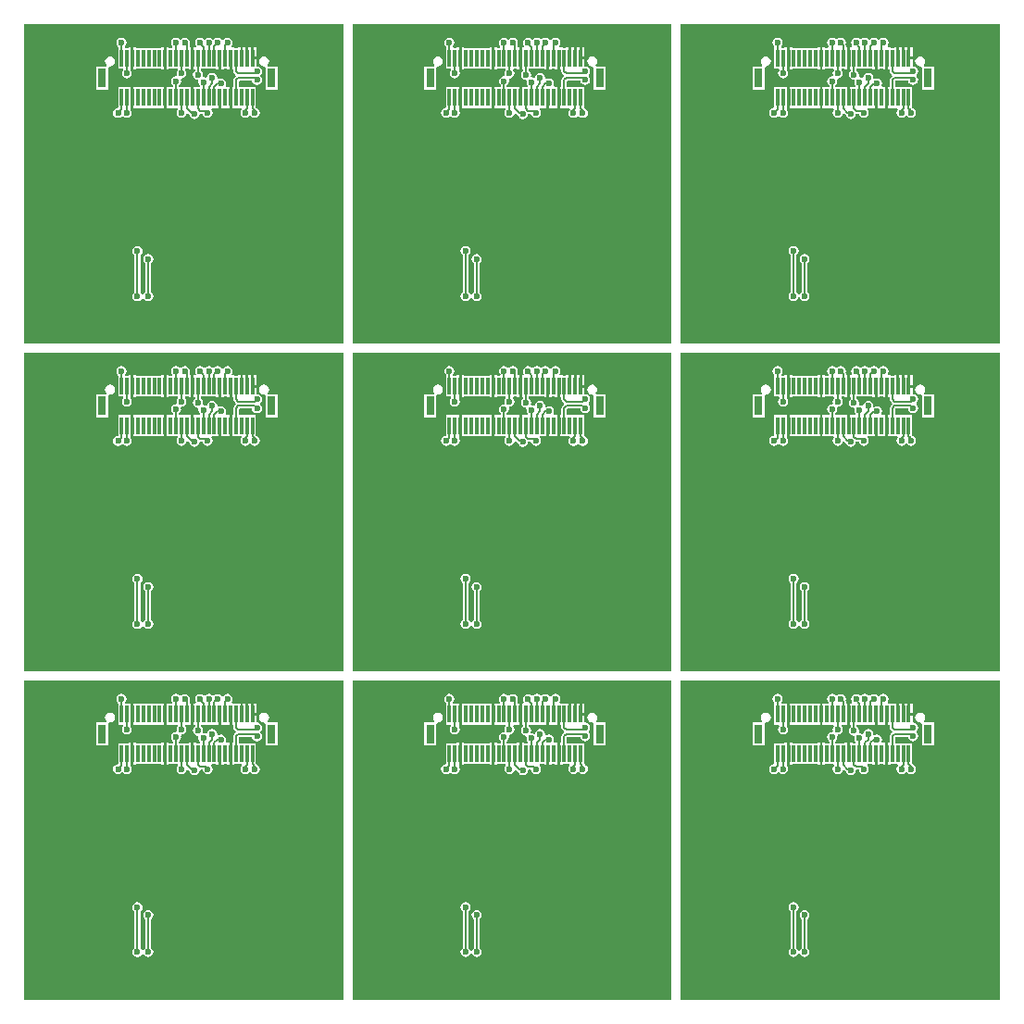
<source format=gbl>
G04 Layer_Physical_Order=2*
G04 Layer_Color=16711680*
%FSLAX44Y44*%
%MOMM*%
G71*
G01*
G75*
%ADD22C,0.2000*%
%ADD32C,3.5000*%
%ADD33C,0.6000*%
%ADD34R,0.3000X1.6000*%
%ADD35R,0.8000X1.8000*%
G36*
X895922Y604078D02*
X604078D01*
Y895922D01*
X895922D01*
Y604078D01*
D02*
G37*
G36*
X595922D02*
X304078D01*
Y895922D01*
X595922D01*
Y604078D01*
D02*
G37*
G36*
X295922D02*
X4078D01*
Y895922D01*
X295922D01*
Y604078D01*
D02*
G37*
G36*
X895922Y304078D02*
X604078D01*
Y595922D01*
X895922D01*
Y304078D01*
D02*
G37*
G36*
X595922D02*
X304078D01*
Y595922D01*
X595922D01*
Y304078D01*
D02*
G37*
G36*
X295922D02*
X4078D01*
Y595922D01*
X295922D01*
Y304078D01*
D02*
G37*
G36*
X895922Y4078D02*
X604078D01*
Y295922D01*
X895922D01*
Y4078D01*
D02*
G37*
G36*
X595922D02*
X304078D01*
Y295922D01*
X595922D01*
Y4078D01*
D02*
G37*
G36*
X295922D02*
X4078D01*
Y295922D01*
X295922D01*
Y4078D01*
D02*
G37*
%LPC*%
G36*
X789750Y883613D02*
X787985Y883261D01*
X786488Y882262D01*
X786013Y881551D01*
X784486D01*
X784011Y882261D01*
X782515Y883261D01*
X780750Y883612D01*
X778984Y883261D01*
X777488Y882261D01*
X777385Y882107D01*
X776296D01*
X775977Y882285D01*
X774515Y883261D01*
X772750Y883613D01*
X770985Y883261D01*
X769523Y882285D01*
X769204Y882106D01*
X768115D01*
X768011Y882261D01*
X766515Y883261D01*
X764750Y883612D01*
X762984Y883261D01*
X761488Y882261D01*
X760488Y880765D01*
X760137Y878999D01*
X760488Y877234D01*
X761132Y876270D01*
X760480Y875000D01*
X759000D01*
Y865000D01*
Y855000D01*
X760177D01*
Y853721D01*
X759488Y853262D01*
X758488Y851765D01*
X758137Y850000D01*
X758488Y848235D01*
X759488Y846738D01*
X760985Y845739D01*
X762429Y845451D01*
X762869Y845166D01*
X763380Y844218D01*
X763137Y843000D01*
X763488Y841235D01*
X764451Y839794D01*
X764386Y839474D01*
X764020Y838524D01*
X761250D01*
Y839000D01*
X759000D01*
Y829000D01*
X756500D01*
Y839000D01*
X754250D01*
Y838524D01*
X745324D01*
Y840279D01*
X746012Y840738D01*
X747011Y842235D01*
X747363Y844000D01*
X747120Y845218D01*
X747631Y846166D01*
X748071Y846451D01*
X749515Y846739D01*
X751012Y847738D01*
X752012Y849235D01*
X752363Y851000D01*
X752012Y852765D01*
X751049Y854206D01*
X751114Y854526D01*
X751480Y855476D01*
X754250D01*
Y855000D01*
X756500D01*
Y865000D01*
Y875000D01*
X755324D01*
Y876999D01*
X755144Y877902D01*
X755362Y878999D01*
X755011Y880765D01*
X754011Y882261D01*
X752515Y883261D01*
X750750Y883612D01*
X748985Y883261D01*
X747488Y882261D01*
X747385Y882107D01*
X746296D01*
X745977Y882285D01*
X744515Y883261D01*
X742750Y883613D01*
X740985Y883261D01*
X739488Y882262D01*
X738488Y880765D01*
X738137Y879000D01*
X738488Y877235D01*
X739451Y875794D01*
X739386Y875474D01*
X739020Y874524D01*
X736250D01*
Y875000D01*
X734000D01*
Y865000D01*
Y855000D01*
X736250D01*
Y855476D01*
X744020D01*
X744386Y854526D01*
X744451Y854206D01*
X743488Y852765D01*
X743137Y851000D01*
X743380Y849782D01*
X742869Y848834D01*
X742429Y848549D01*
X740985Y848261D01*
X739488Y847262D01*
X738488Y845765D01*
X738137Y844000D01*
X738488Y842235D01*
X739488Y840738D01*
X740177Y840278D01*
Y838524D01*
X736250D01*
Y839000D01*
X734000D01*
Y829000D01*
Y819000D01*
X736250D01*
Y819476D01*
X744020D01*
X744386Y818526D01*
X744451Y818206D01*
X743488Y816765D01*
X743137Y815000D01*
X743488Y813235D01*
X744488Y811738D01*
X745985Y810739D01*
X747750Y810387D01*
X749515Y810739D01*
X751012Y811738D01*
X752012Y813235D01*
X752189Y814126D01*
X753567Y814544D01*
X754930Y813181D01*
X755357Y812896D01*
X755488Y812234D01*
X756488Y810738D01*
X757984Y809738D01*
X759750Y809387D01*
X761515Y809738D01*
X763011Y810738D01*
X764011Y812234D01*
X764362Y813999D01*
X765572Y814427D01*
X767251D01*
X767488Y813234D01*
X768488Y811738D01*
X769984Y810738D01*
X771750Y810387D01*
X773515Y810738D01*
X775011Y811738D01*
X776011Y813234D01*
X776362Y814999D01*
X776011Y816765D01*
X775048Y818206D01*
X775112Y818524D01*
X775479Y819476D01*
X779250D01*
Y819000D01*
X781500D01*
Y829000D01*
X784000D01*
Y819000D01*
X786250D01*
Y819476D01*
X789250D01*
Y819000D01*
X791500D01*
Y829000D01*
Y839000D01*
X789250D01*
Y839000D01*
X788747Y839071D01*
X788146Y840021D01*
X788040Y840379D01*
X788362Y842000D01*
X788011Y843765D01*
X787011Y845261D01*
X785515Y846261D01*
X783750Y846612D01*
X781984Y846261D01*
X781438Y845896D01*
X780295Y846659D01*
X780362Y846999D01*
X780011Y848765D01*
X779011Y850261D01*
X777515Y851261D01*
X775750Y851612D01*
X773984Y851261D01*
X772488Y850261D01*
X771488Y848765D01*
X771261Y847623D01*
X769959Y846980D01*
X769937Y846980D01*
X769515Y847262D01*
X768071Y847549D01*
X767631Y847834D01*
X767120Y848782D01*
X767363Y850000D01*
X767011Y851765D01*
X766012Y853262D01*
X765323Y853721D01*
Y855476D01*
X779250D01*
Y855000D01*
X781500D01*
Y865000D01*
X784000D01*
Y855000D01*
X786250D01*
Y855476D01*
X789250D01*
Y855000D01*
X791500D01*
Y865000D01*
X794000D01*
Y855000D01*
X795177D01*
Y853000D01*
X795373Y852015D01*
X795930Y851180D01*
X797231Y849880D01*
X797811Y849000D01*
X797231Y848120D01*
X795930Y846820D01*
X795373Y845985D01*
X795177Y845000D01*
Y839000D01*
X794000D01*
Y829000D01*
Y819000D01*
X796250D01*
Y819476D01*
X802520D01*
X802886Y818526D01*
X802951Y818206D01*
X801989Y816765D01*
X801637Y815000D01*
X801989Y813235D01*
X802988Y811738D01*
X804485Y810739D01*
X806250Y810387D01*
X808015Y810739D01*
X809512Y811738D01*
X809865Y812267D01*
X811135D01*
X811488Y811738D01*
X812985Y810739D01*
X814750Y810387D01*
X816515Y810739D01*
X818012Y811738D01*
X819012Y813235D01*
X819363Y815000D01*
X819012Y816765D01*
X818012Y818262D01*
X816684Y819149D01*
X816570Y819320D01*
X815774Y820115D01*
Y838524D01*
X800324D01*
Y843934D01*
X800816Y844427D01*
X812252D01*
X812488Y843235D01*
X813488Y841738D01*
X814985Y840739D01*
X816750Y840387D01*
X818515Y840739D01*
X820012Y841738D01*
X821012Y843235D01*
X821363Y845000D01*
X821012Y846765D01*
X820012Y848262D01*
X819857Y848365D01*
Y849635D01*
X820012Y849738D01*
X821012Y851235D01*
X821363Y853000D01*
X821012Y854765D01*
X820012Y856262D01*
X818515Y857262D01*
X816750Y857613D01*
X816250Y858023D01*
Y863750D01*
X812750D01*
Y865000D01*
X811500D01*
Y875000D01*
X809000D01*
Y865000D01*
X806500D01*
Y875000D01*
X804000D01*
Y865000D01*
X801500D01*
Y875000D01*
X799250D01*
Y874524D01*
X796250D01*
Y875000D01*
X794018D01*
X793367Y876270D01*
X794012Y877235D01*
X794363Y879000D01*
X794012Y880765D01*
X793012Y882262D01*
X791515Y883261D01*
X789750Y883613D01*
D02*
G37*
G36*
X731500Y875000D02*
X729250D01*
Y874524D01*
X706250D01*
Y875000D01*
X704000D01*
Y865000D01*
Y855000D01*
X706250D01*
Y855476D01*
X729250D01*
Y855000D01*
X731500D01*
Y865000D01*
Y875000D01*
D02*
G37*
G36*
X816250D02*
X814000D01*
Y866250D01*
X816250D01*
Y875000D01*
D02*
G37*
G36*
X682250Y866613D02*
X680485Y866262D01*
X678989Y865262D01*
X677989Y863765D01*
X677638Y862000D01*
X677989Y860235D01*
X678951Y858794D01*
X678887Y858474D01*
X678520Y857524D01*
X669726D01*
Y836476D01*
X680774D01*
Y856386D01*
X682044Y857428D01*
X682250Y857387D01*
X684015Y857738D01*
X685512Y858738D01*
X686512Y860235D01*
X686863Y862000D01*
X686512Y863765D01*
X685512Y865262D01*
X684015Y866262D01*
X682250Y866613D01*
D02*
G37*
G36*
X692750Y883613D02*
X690985Y883261D01*
X689488Y882262D01*
X688488Y880765D01*
X688137Y879000D01*
X688488Y877235D01*
X689488Y875738D01*
X689528Y875712D01*
X689726Y874524D01*
X689726D01*
Y855476D01*
X694020D01*
X694386Y854526D01*
X694451Y854206D01*
X693488Y852765D01*
X693137Y851000D01*
X693488Y849235D01*
X694488Y847738D01*
X695985Y846739D01*
X697750Y846387D01*
X699515Y846739D01*
X701012Y847738D01*
X702011Y849235D01*
X702363Y851000D01*
X702011Y852765D01*
X701367Y853730D01*
X701500Y853990D01*
Y865000D01*
Y875000D01*
X699250D01*
Y874524D01*
X696480D01*
X696114Y875474D01*
X696049Y875794D01*
X697011Y877235D01*
X697363Y879000D01*
X697011Y880765D01*
X696012Y882262D01*
X694515Y883261D01*
X692750Y883613D01*
D02*
G37*
G36*
X731500Y839000D02*
X729250D01*
Y838524D01*
X706250D01*
Y839000D01*
X704000D01*
Y829000D01*
Y819000D01*
X706250D01*
Y819476D01*
X729250D01*
Y819000D01*
X731500D01*
Y829000D01*
Y839000D01*
D02*
G37*
G36*
X823250Y866613D02*
X821485Y866262D01*
X819989Y865262D01*
X818989Y863765D01*
X818638Y862000D01*
X818989Y860235D01*
X819989Y858738D01*
X821485Y857738D01*
X823250Y857387D01*
X823456Y857428D01*
X824726Y856386D01*
Y836476D01*
X835774D01*
Y857524D01*
X826980D01*
X826614Y858474D01*
X826549Y858794D01*
X827512Y860235D01*
X827863Y862000D01*
X827512Y863765D01*
X826512Y865262D01*
X825015Y866262D01*
X823250Y866613D01*
D02*
G37*
G36*
X701500Y839000D02*
X699250D01*
Y838524D01*
X689726D01*
Y819607D01*
X687985Y819261D01*
X686488Y818261D01*
X685488Y816765D01*
X685137Y814999D01*
X685488Y813234D01*
X686488Y811738D01*
X687985Y810738D01*
X689750Y810387D01*
X691515Y810738D01*
X693011Y811738D01*
X693115Y811893D01*
X694204D01*
X694523Y811715D01*
X695985Y810739D01*
X697750Y810387D01*
X699515Y810739D01*
X701012Y811738D01*
X702011Y813235D01*
X702363Y815000D01*
X702011Y816765D01*
X701367Y817730D01*
X701500Y817990D01*
Y829000D01*
Y839000D01*
D02*
G37*
G36*
X707500Y693363D02*
X705735Y693011D01*
X704238Y692012D01*
X703239Y690515D01*
X702887Y688750D01*
X703239Y686985D01*
X704238Y685488D01*
X704927Y685029D01*
Y651221D01*
X704238Y650762D01*
X703239Y649265D01*
X702887Y647500D01*
X703239Y645735D01*
X704238Y644238D01*
X705735Y643239D01*
X707500Y642887D01*
X709265Y643239D01*
X710762Y644238D01*
X711761Y645735D01*
X711853Y646193D01*
X713148D01*
X713239Y645735D01*
X714238Y644238D01*
X715735Y643239D01*
X717500Y642887D01*
X719265Y643239D01*
X720762Y644238D01*
X721761Y645735D01*
X722113Y647500D01*
X721761Y649265D01*
X720762Y650762D01*
X720073Y651221D01*
Y677629D01*
X720762Y678089D01*
X721761Y679585D01*
X722113Y681351D01*
X721761Y683116D01*
X720762Y684612D01*
X719265Y685612D01*
X717500Y685963D01*
X715735Y685612D01*
X714238Y684612D01*
X713239Y683116D01*
X712887Y681351D01*
X713239Y679585D01*
X714238Y678089D01*
X714927Y677629D01*
Y651221D01*
X714238Y650762D01*
X713239Y649265D01*
X713148Y648807D01*
X711853D01*
X711761Y649265D01*
X710762Y650762D01*
X710073Y651221D01*
Y685029D01*
X710762Y685488D01*
X711761Y686985D01*
X712113Y688750D01*
X711761Y690515D01*
X710762Y692012D01*
X709265Y693011D01*
X707500Y693363D01*
D02*
G37*
G36*
X489750Y883613D02*
X487985Y883261D01*
X486488Y882262D01*
X486013Y881551D01*
X484486D01*
X484011Y882261D01*
X482515Y883261D01*
X480750Y883612D01*
X478984Y883261D01*
X477488Y882261D01*
X477385Y882107D01*
X476296D01*
X475977Y882285D01*
X474515Y883261D01*
X472750Y883613D01*
X470985Y883261D01*
X469523Y882285D01*
X469204Y882106D01*
X468115D01*
X468011Y882261D01*
X466515Y883261D01*
X464750Y883612D01*
X462984Y883261D01*
X461488Y882261D01*
X460488Y880765D01*
X460137Y878999D01*
X460488Y877234D01*
X461132Y876270D01*
X460480Y875000D01*
X459000D01*
Y865000D01*
Y855000D01*
X460177D01*
Y853721D01*
X459488Y853262D01*
X458489Y851765D01*
X458137Y850000D01*
X458489Y848235D01*
X459488Y846738D01*
X460985Y845739D01*
X462429Y845451D01*
X462869Y845166D01*
X463380Y844218D01*
X463137Y843000D01*
X463489Y841235D01*
X464451Y839794D01*
X464386Y839474D01*
X464020Y838524D01*
X461250D01*
Y839000D01*
X459000D01*
Y829000D01*
X456500D01*
Y839000D01*
X454250D01*
Y838524D01*
X445324D01*
Y840279D01*
X446012Y840738D01*
X447011Y842235D01*
X447363Y844000D01*
X447120Y845218D01*
X447631Y846166D01*
X448071Y846451D01*
X449515Y846739D01*
X451012Y847738D01*
X452011Y849235D01*
X452363Y851000D01*
X452011Y852765D01*
X451049Y854206D01*
X451114Y854526D01*
X451480Y855476D01*
X454250D01*
Y855000D01*
X456500D01*
Y865000D01*
Y875000D01*
X455324D01*
Y876999D01*
X455144Y877902D01*
X455362Y878999D01*
X455011Y880765D01*
X454011Y882261D01*
X452515Y883261D01*
X450750Y883612D01*
X448984Y883261D01*
X447488Y882261D01*
X447385Y882107D01*
X446296D01*
X445977Y882285D01*
X444515Y883261D01*
X442750Y883613D01*
X440985Y883261D01*
X439488Y882262D01*
X438489Y880765D01*
X438137Y879000D01*
X438489Y877235D01*
X439451Y875794D01*
X439386Y875474D01*
X439020Y874524D01*
X436250D01*
Y875000D01*
X434000D01*
Y865000D01*
Y855000D01*
X436250D01*
Y855476D01*
X444020D01*
X444386Y854526D01*
X444451Y854206D01*
X443489Y852765D01*
X443137Y851000D01*
X443380Y849782D01*
X442869Y848834D01*
X442429Y848549D01*
X440985Y848261D01*
X439488Y847262D01*
X438489Y845765D01*
X438137Y844000D01*
X438489Y842235D01*
X439488Y840738D01*
X440177Y840278D01*
Y838524D01*
X436250D01*
Y839000D01*
X434000D01*
Y829000D01*
Y819000D01*
X436250D01*
Y819476D01*
X444020D01*
X444386Y818526D01*
X444451Y818206D01*
X443489Y816765D01*
X443137Y815000D01*
X443489Y813235D01*
X444488Y811738D01*
X445985Y810739D01*
X447750Y810387D01*
X449515Y810739D01*
X451012Y811738D01*
X452011Y813235D01*
X452189Y814126D01*
X453567Y814544D01*
X454930Y813181D01*
X455357Y812896D01*
X455488Y812234D01*
X456488Y810738D01*
X457985Y809738D01*
X459750Y809387D01*
X461515Y809738D01*
X463011Y810738D01*
X464011Y812234D01*
X464362Y813999D01*
X465572Y814427D01*
X467251D01*
X467488Y813234D01*
X468488Y811738D01*
X469984Y810738D01*
X471750Y810387D01*
X473515Y810738D01*
X475011Y811738D01*
X476011Y813234D01*
X476362Y814999D01*
X476011Y816765D01*
X475048Y818206D01*
X475112Y818524D01*
X475479Y819476D01*
X479250D01*
Y819000D01*
X481500D01*
Y829000D01*
X484000D01*
Y819000D01*
X486250D01*
Y819476D01*
X489250D01*
Y819000D01*
X491500D01*
Y829000D01*
Y839000D01*
X489250D01*
Y839000D01*
X488747Y839071D01*
X488146Y840021D01*
X488040Y840379D01*
X488362Y842000D01*
X488011Y843765D01*
X487011Y845261D01*
X485515Y846261D01*
X483750Y846612D01*
X481984Y846261D01*
X481437Y845896D01*
X480294Y846659D01*
X480362Y846999D01*
X480011Y848765D01*
X479011Y850261D01*
X477515Y851261D01*
X475750Y851612D01*
X473984Y851261D01*
X472488Y850261D01*
X471488Y848765D01*
X471261Y847623D01*
X469959Y846980D01*
X469937Y846980D01*
X469515Y847262D01*
X468071Y847549D01*
X467631Y847834D01*
X467120Y848782D01*
X467363Y850000D01*
X467011Y851765D01*
X466012Y853262D01*
X465323Y853721D01*
Y855476D01*
X479250D01*
Y855000D01*
X481500D01*
Y865000D01*
X484000D01*
Y855000D01*
X486250D01*
Y855476D01*
X489250D01*
Y855000D01*
X491500D01*
Y865000D01*
X494000D01*
Y855000D01*
X495177D01*
Y853000D01*
X495373Y852015D01*
X495930Y851180D01*
X497231Y849880D01*
X497811Y849000D01*
X497231Y848120D01*
X495930Y846820D01*
X495373Y845985D01*
X495177Y845000D01*
Y839000D01*
X494000D01*
Y829000D01*
Y819000D01*
X496250D01*
Y819476D01*
X502520D01*
X502886Y818526D01*
X502951Y818206D01*
X501988Y816765D01*
X501637Y815000D01*
X501988Y813235D01*
X502988Y811738D01*
X504485Y810739D01*
X506250Y810387D01*
X508015Y810739D01*
X509512Y811738D01*
X509865Y812267D01*
X511135D01*
X511488Y811738D01*
X512985Y810739D01*
X514750Y810387D01*
X516515Y810739D01*
X518012Y811738D01*
X519011Y813235D01*
X519363Y815000D01*
X519011Y816765D01*
X518012Y818262D01*
X516684Y819149D01*
X516570Y819320D01*
X515774Y820115D01*
Y838524D01*
X500324D01*
Y843934D01*
X500816Y844427D01*
X512252D01*
X512489Y843235D01*
X513488Y841738D01*
X514985Y840739D01*
X516750Y840387D01*
X518515Y840739D01*
X520012Y841738D01*
X521012Y843235D01*
X521363Y845000D01*
X521012Y846765D01*
X520012Y848262D01*
X519857Y848365D01*
Y849635D01*
X520012Y849738D01*
X521012Y851235D01*
X521363Y853000D01*
X521012Y854765D01*
X520012Y856262D01*
X518515Y857262D01*
X516750Y857613D01*
X516250Y858023D01*
Y863750D01*
X512750D01*
Y865000D01*
X511500D01*
Y875000D01*
X509000D01*
Y865000D01*
X506500D01*
Y875000D01*
X504000D01*
Y865000D01*
X501500D01*
Y875000D01*
X499250D01*
Y874524D01*
X496250D01*
Y875000D01*
X494019D01*
X493367Y876270D01*
X494011Y877235D01*
X494363Y879000D01*
X494011Y880765D01*
X493012Y882262D01*
X491515Y883261D01*
X489750Y883613D01*
D02*
G37*
G36*
X431500Y875000D02*
X429250D01*
Y874524D01*
X406250D01*
Y875000D01*
X404000D01*
Y865000D01*
Y855000D01*
X406250D01*
Y855476D01*
X429250D01*
Y855000D01*
X431500D01*
Y865000D01*
Y875000D01*
D02*
G37*
G36*
X516250D02*
X514000D01*
Y866250D01*
X516250D01*
Y875000D01*
D02*
G37*
G36*
X382250Y866613D02*
X380485Y866262D01*
X378989Y865262D01*
X377989Y863765D01*
X377638Y862000D01*
X377989Y860235D01*
X378951Y858794D01*
X378887Y858474D01*
X378520Y857524D01*
X369726D01*
Y836476D01*
X380774D01*
Y856386D01*
X382044Y857428D01*
X382250Y857387D01*
X384015Y857738D01*
X385512Y858738D01*
X386512Y860235D01*
X386863Y862000D01*
X386512Y863765D01*
X385512Y865262D01*
X384015Y866262D01*
X382250Y866613D01*
D02*
G37*
G36*
X392750Y883613D02*
X390985Y883261D01*
X389488Y882262D01*
X388489Y880765D01*
X388137Y879000D01*
X388489Y877235D01*
X389488Y875738D01*
X389528Y875712D01*
X389726Y874524D01*
X389726D01*
Y855476D01*
X394020D01*
X394386Y854526D01*
X394451Y854206D01*
X393489Y852765D01*
X393137Y851000D01*
X393489Y849235D01*
X394488Y847738D01*
X395985Y846739D01*
X397750Y846387D01*
X399515Y846739D01*
X401012Y847738D01*
X402011Y849235D01*
X402363Y851000D01*
X402011Y852765D01*
X401367Y853730D01*
X401500Y853990D01*
Y865000D01*
Y875000D01*
X399250D01*
Y874524D01*
X396480D01*
X396114Y875474D01*
X396049Y875794D01*
X397011Y877235D01*
X397363Y879000D01*
X397011Y880765D01*
X396012Y882262D01*
X394515Y883261D01*
X392750Y883613D01*
D02*
G37*
G36*
X431500Y839000D02*
X429250D01*
Y838524D01*
X406250D01*
Y839000D01*
X404000D01*
Y829000D01*
Y819000D01*
X406250D01*
Y819476D01*
X429250D01*
Y819000D01*
X431500D01*
Y829000D01*
Y839000D01*
D02*
G37*
G36*
X523250Y866613D02*
X521485Y866262D01*
X519989Y865262D01*
X518989Y863765D01*
X518638Y862000D01*
X518989Y860235D01*
X519989Y858738D01*
X521485Y857738D01*
X523250Y857387D01*
X523456Y857428D01*
X524726Y856386D01*
Y836476D01*
X535774D01*
Y857524D01*
X526980D01*
X526614Y858474D01*
X526549Y858794D01*
X527512Y860235D01*
X527863Y862000D01*
X527512Y863765D01*
X526512Y865262D01*
X525015Y866262D01*
X523250Y866613D01*
D02*
G37*
G36*
X401500Y839000D02*
X399250D01*
Y838524D01*
X389726D01*
Y819607D01*
X387985Y819261D01*
X386488Y818261D01*
X385488Y816765D01*
X385137Y814999D01*
X385488Y813234D01*
X386488Y811738D01*
X387985Y810738D01*
X389750Y810387D01*
X391515Y810738D01*
X393011Y811738D01*
X393115Y811893D01*
X394204D01*
X394524Y811715D01*
X395985Y810739D01*
X397750Y810387D01*
X399515Y810739D01*
X401012Y811738D01*
X402011Y813235D01*
X402363Y815000D01*
X402011Y816765D01*
X401367Y817730D01*
X401500Y817990D01*
Y829000D01*
Y839000D01*
D02*
G37*
G36*
X407500Y693363D02*
X405735Y693011D01*
X404238Y692012D01*
X403238Y690515D01*
X402887Y688750D01*
X403238Y686985D01*
X404238Y685488D01*
X404926Y685029D01*
Y651221D01*
X404238Y650762D01*
X403238Y649265D01*
X402887Y647500D01*
X403238Y645735D01*
X404238Y644238D01*
X405735Y643239D01*
X407500Y642887D01*
X409265Y643239D01*
X410762Y644238D01*
X411762Y645735D01*
X411853Y646193D01*
X413148D01*
X413238Y645735D01*
X414238Y644238D01*
X415735Y643239D01*
X417500Y642887D01*
X419265Y643239D01*
X420762Y644238D01*
X421762Y645735D01*
X422113Y647500D01*
X421762Y649265D01*
X420762Y650762D01*
X420074Y651221D01*
Y677629D01*
X420762Y678089D01*
X421762Y679585D01*
X422113Y681351D01*
X421762Y683116D01*
X420762Y684612D01*
X419265Y685612D01*
X417500Y685963D01*
X415735Y685612D01*
X414238Y684612D01*
X413238Y683116D01*
X412887Y681351D01*
X413238Y679585D01*
X414238Y678089D01*
X414927Y677629D01*
Y651221D01*
X414238Y650762D01*
X413238Y649265D01*
X413148Y648807D01*
X411853D01*
X411762Y649265D01*
X410762Y650762D01*
X410073Y651221D01*
Y685029D01*
X410762Y685488D01*
X411762Y686985D01*
X412113Y688750D01*
X411762Y690515D01*
X410762Y692012D01*
X409265Y693011D01*
X407500Y693363D01*
D02*
G37*
G36*
X189750Y883613D02*
X187985Y883261D01*
X186488Y882262D01*
X186013Y881551D01*
X184486D01*
X184011Y882261D01*
X182515Y883261D01*
X180750Y883612D01*
X178984Y883261D01*
X177488Y882261D01*
X177385Y882107D01*
X176296D01*
X175977Y882285D01*
X174515Y883261D01*
X172750Y883613D01*
X170985Y883261D01*
X169523Y882285D01*
X169204Y882106D01*
X168115D01*
X168011Y882261D01*
X166515Y883261D01*
X164750Y883612D01*
X162984Y883261D01*
X161488Y882261D01*
X160488Y880765D01*
X160137Y878999D01*
X160488Y877234D01*
X161132Y876270D01*
X160480Y875000D01*
X159000D01*
Y865000D01*
Y855000D01*
X160177D01*
Y853721D01*
X159488Y853262D01*
X158489Y851765D01*
X158137Y850000D01*
X158489Y848235D01*
X159488Y846738D01*
X160985Y845739D01*
X162429Y845451D01*
X162869Y845166D01*
X163380Y844218D01*
X163137Y843000D01*
X163489Y841235D01*
X164451Y839794D01*
X164386Y839474D01*
X164020Y838524D01*
X161250D01*
Y839000D01*
X159000D01*
Y829000D01*
X156500D01*
Y839000D01*
X154250D01*
Y838524D01*
X145324D01*
Y840279D01*
X146012Y840738D01*
X147011Y842235D01*
X147363Y844000D01*
X147120Y845218D01*
X147631Y846166D01*
X148071Y846451D01*
X149515Y846739D01*
X151012Y847738D01*
X152011Y849235D01*
X152363Y851000D01*
X152011Y852765D01*
X151049Y854206D01*
X151114Y854526D01*
X151480Y855476D01*
X154250D01*
Y855000D01*
X156500D01*
Y865000D01*
Y875000D01*
X155324D01*
Y876999D01*
X155144Y877902D01*
X155362Y878999D01*
X155011Y880765D01*
X154011Y882261D01*
X152515Y883261D01*
X150750Y883612D01*
X148984Y883261D01*
X147488Y882261D01*
X147385Y882107D01*
X146296D01*
X145977Y882285D01*
X144515Y883261D01*
X142750Y883613D01*
X140985Y883261D01*
X139488Y882262D01*
X138489Y880765D01*
X138137Y879000D01*
X138489Y877235D01*
X139451Y875794D01*
X139386Y875474D01*
X139020Y874524D01*
X136250D01*
Y875000D01*
X134000D01*
Y865000D01*
Y855000D01*
X136250D01*
Y855476D01*
X144020D01*
X144386Y854526D01*
X144451Y854206D01*
X143489Y852765D01*
X143137Y851000D01*
X143380Y849782D01*
X142869Y848834D01*
X142429Y848549D01*
X140985Y848261D01*
X139488Y847262D01*
X138489Y845765D01*
X138137Y844000D01*
X138489Y842235D01*
X139488Y840738D01*
X140177Y840278D01*
Y838524D01*
X136250D01*
Y839000D01*
X134000D01*
Y829000D01*
Y819000D01*
X136250D01*
Y819476D01*
X144020D01*
X144386Y818526D01*
X144451Y818206D01*
X143489Y816765D01*
X143137Y815000D01*
X143489Y813235D01*
X144488Y811738D01*
X145985Y810739D01*
X147750Y810387D01*
X149515Y810739D01*
X151012Y811738D01*
X152011Y813235D01*
X152189Y814126D01*
X153567Y814544D01*
X154930Y813181D01*
X155357Y812896D01*
X155488Y812234D01*
X156488Y810738D01*
X157984Y809738D01*
X159750Y809387D01*
X161515Y809738D01*
X163011Y810738D01*
X164011Y812234D01*
X164362Y813999D01*
X165572Y814427D01*
X167251D01*
X167488Y813234D01*
X168488Y811738D01*
X169984Y810738D01*
X171750Y810387D01*
X173515Y810738D01*
X175011Y811738D01*
X176011Y813234D01*
X176362Y814999D01*
X176011Y816765D01*
X175048Y818206D01*
X175112Y818524D01*
X175479Y819476D01*
X179250D01*
Y819000D01*
X181500D01*
Y829000D01*
X184000D01*
Y819000D01*
X186250D01*
Y819476D01*
X189250D01*
Y819000D01*
X191500D01*
Y829000D01*
Y839000D01*
X189250D01*
Y839000D01*
X188747Y839071D01*
X188146Y840021D01*
X188040Y840379D01*
X188362Y842000D01*
X188011Y843765D01*
X187011Y845261D01*
X185515Y846261D01*
X183750Y846612D01*
X181984Y846261D01*
X181437Y845896D01*
X180294Y846659D01*
X180362Y846999D01*
X180011Y848765D01*
X179011Y850261D01*
X177515Y851261D01*
X175750Y851612D01*
X173984Y851261D01*
X172488Y850261D01*
X171488Y848765D01*
X171261Y847623D01*
X169959Y846980D01*
X169937Y846980D01*
X169515Y847262D01*
X168071Y847549D01*
X167631Y847834D01*
X167120Y848782D01*
X167363Y850000D01*
X167012Y851765D01*
X166012Y853262D01*
X165324Y853721D01*
Y855476D01*
X179250D01*
Y855000D01*
X181500D01*
Y865000D01*
X184000D01*
Y855000D01*
X186250D01*
Y855476D01*
X189250D01*
Y855000D01*
X191500D01*
Y865000D01*
X194000D01*
Y855000D01*
X195177D01*
Y853000D01*
X195373Y852015D01*
X195931Y851180D01*
X197231Y849880D01*
X197811Y849000D01*
X197231Y848120D01*
X195931Y846820D01*
X195373Y845985D01*
X195177Y845000D01*
Y839000D01*
X194000D01*
Y829000D01*
Y819000D01*
X196250D01*
Y819476D01*
X202520D01*
X202886Y818526D01*
X202951Y818206D01*
X201989Y816765D01*
X201637Y815000D01*
X201989Y813235D01*
X202988Y811738D01*
X204485Y810739D01*
X206250Y810387D01*
X208015Y810739D01*
X209512Y811738D01*
X209865Y812267D01*
X211135D01*
X211488Y811738D01*
X212985Y810739D01*
X214750Y810387D01*
X216515Y810739D01*
X218012Y811738D01*
X219011Y813235D01*
X219363Y815000D01*
X219011Y816765D01*
X218012Y818262D01*
X216684Y819149D01*
X216570Y819320D01*
X215774Y820115D01*
Y838524D01*
X200324D01*
Y843934D01*
X200816Y844427D01*
X212251D01*
X212488Y843235D01*
X213488Y841738D01*
X214985Y840739D01*
X216750Y840387D01*
X218515Y840739D01*
X220012Y841738D01*
X221012Y843235D01*
X221363Y845000D01*
X221012Y846765D01*
X220012Y848262D01*
X219857Y848365D01*
Y849635D01*
X220012Y849738D01*
X221012Y851235D01*
X221363Y853000D01*
X221012Y854765D01*
X220012Y856262D01*
X218515Y857262D01*
X216750Y857613D01*
X216250Y858023D01*
Y863750D01*
X212750D01*
Y865000D01*
X211500D01*
Y875000D01*
X209000D01*
Y865000D01*
X206500D01*
Y875000D01*
X204000D01*
Y865000D01*
X201500D01*
Y875000D01*
X199250D01*
Y874524D01*
X196250D01*
Y875000D01*
X194018D01*
X193367Y876270D01*
X194011Y877235D01*
X194363Y879000D01*
X194011Y880765D01*
X193012Y882262D01*
X191515Y883261D01*
X189750Y883613D01*
D02*
G37*
G36*
X131500Y875000D02*
X129250D01*
Y874524D01*
X106250D01*
Y875000D01*
X104000D01*
Y865000D01*
Y855000D01*
X106250D01*
Y855476D01*
X129250D01*
Y855000D01*
X131500D01*
Y865000D01*
Y875000D01*
D02*
G37*
G36*
X216250D02*
X214000D01*
Y866250D01*
X216250D01*
Y875000D01*
D02*
G37*
G36*
X82250Y866613D02*
X80485Y866262D01*
X78989Y865262D01*
X77989Y863765D01*
X77638Y862000D01*
X77989Y860235D01*
X78951Y858794D01*
X78887Y858474D01*
X78520Y857524D01*
X69726D01*
Y836476D01*
X80774D01*
Y856386D01*
X82044Y857428D01*
X82250Y857387D01*
X84015Y857738D01*
X85512Y858738D01*
X86512Y860235D01*
X86863Y862000D01*
X86512Y863765D01*
X85512Y865262D01*
X84015Y866262D01*
X82250Y866613D01*
D02*
G37*
G36*
X92750Y883613D02*
X90985Y883261D01*
X89488Y882262D01*
X88489Y880765D01*
X88137Y879000D01*
X88489Y877235D01*
X89488Y875738D01*
X89528Y875712D01*
X89726Y874524D01*
X89726D01*
Y855476D01*
X94020D01*
X94386Y854526D01*
X94451Y854206D01*
X93489Y852765D01*
X93137Y851000D01*
X93489Y849235D01*
X94488Y847738D01*
X95985Y846739D01*
X97750Y846387D01*
X99515Y846739D01*
X101012Y847738D01*
X102011Y849235D01*
X102363Y851000D01*
X102011Y852765D01*
X101367Y853730D01*
X101500Y853990D01*
Y865000D01*
Y875000D01*
X99250D01*
Y874524D01*
X96480D01*
X96114Y875474D01*
X96049Y875794D01*
X97011Y877235D01*
X97363Y879000D01*
X97011Y880765D01*
X96012Y882262D01*
X94515Y883261D01*
X92750Y883613D01*
D02*
G37*
G36*
X131500Y839000D02*
X129250D01*
Y838524D01*
X106250D01*
Y839000D01*
X104000D01*
Y829000D01*
Y819000D01*
X106250D01*
Y819476D01*
X129250D01*
Y819000D01*
X131500D01*
Y829000D01*
Y839000D01*
D02*
G37*
G36*
X223250Y866613D02*
X221485Y866262D01*
X219989Y865262D01*
X218989Y863765D01*
X218638Y862000D01*
X218989Y860235D01*
X219989Y858738D01*
X221485Y857738D01*
X223250Y857387D01*
X223456Y857428D01*
X224726Y856386D01*
Y836476D01*
X235774D01*
Y857524D01*
X226980D01*
X226614Y858474D01*
X226549Y858794D01*
X227512Y860235D01*
X227863Y862000D01*
X227512Y863765D01*
X226512Y865262D01*
X225015Y866262D01*
X223250Y866613D01*
D02*
G37*
G36*
X101500Y839000D02*
X99250D01*
Y838524D01*
X89726D01*
Y819607D01*
X87985Y819261D01*
X86488Y818261D01*
X85488Y816765D01*
X85137Y814999D01*
X85488Y813234D01*
X86488Y811738D01*
X87985Y810738D01*
X89750Y810387D01*
X91515Y810738D01*
X93011Y811738D01*
X93115Y811893D01*
X94204D01*
X94523Y811715D01*
X95985Y810739D01*
X97750Y810387D01*
X99515Y810739D01*
X101012Y811738D01*
X102011Y813235D01*
X102363Y815000D01*
X102011Y816765D01*
X101367Y817730D01*
X101500Y817990D01*
Y829000D01*
Y839000D01*
D02*
G37*
G36*
X107500Y693363D02*
X105735Y693011D01*
X104238Y692012D01*
X103238Y690515D01*
X102887Y688750D01*
X103238Y686985D01*
X104238Y685488D01*
X104927Y685029D01*
Y651221D01*
X104238Y650762D01*
X103238Y649265D01*
X102887Y647500D01*
X103238Y645735D01*
X104238Y644238D01*
X105735Y643239D01*
X107500Y642887D01*
X109265Y643239D01*
X110762Y644238D01*
X111762Y645735D01*
X111853Y646193D01*
X113147D01*
X113238Y645735D01*
X114238Y644238D01*
X115735Y643239D01*
X117500Y642887D01*
X119265Y643239D01*
X120762Y644238D01*
X121762Y645735D01*
X122113Y647500D01*
X121762Y649265D01*
X120762Y650762D01*
X120073Y651221D01*
Y677629D01*
X120762Y678089D01*
X121762Y679585D01*
X122113Y681351D01*
X121762Y683116D01*
X120762Y684612D01*
X119265Y685612D01*
X117500Y685963D01*
X115735Y685612D01*
X114238Y684612D01*
X113238Y683116D01*
X112887Y681351D01*
X113238Y679585D01*
X114238Y678089D01*
X114927Y677629D01*
Y651221D01*
X114238Y650762D01*
X113238Y649265D01*
X113147Y648807D01*
X111853D01*
X111762Y649265D01*
X110762Y650762D01*
X110073Y651221D01*
Y685029D01*
X110762Y685488D01*
X111762Y686985D01*
X112113Y688750D01*
X111762Y690515D01*
X110762Y692012D01*
X109265Y693011D01*
X107500Y693363D01*
D02*
G37*
G36*
X789750Y583613D02*
X787985Y583261D01*
X786488Y582262D01*
X786013Y581551D01*
X784486D01*
X784011Y582261D01*
X782515Y583261D01*
X780750Y583612D01*
X778984Y583261D01*
X777488Y582261D01*
X777385Y582107D01*
X776296D01*
X775977Y582285D01*
X774515Y583261D01*
X772750Y583613D01*
X770985Y583261D01*
X769523Y582285D01*
X769204Y582106D01*
X768115D01*
X768011Y582261D01*
X766515Y583261D01*
X764750Y583612D01*
X762984Y583261D01*
X761488Y582261D01*
X760488Y580765D01*
X760137Y578999D01*
X760488Y577234D01*
X761132Y576270D01*
X760480Y575000D01*
X759000D01*
Y565000D01*
Y555000D01*
X760177D01*
Y553721D01*
X759488Y553262D01*
X758488Y551765D01*
X758137Y550000D01*
X758488Y548235D01*
X759488Y546738D01*
X760985Y545738D01*
X762429Y545451D01*
X762869Y545166D01*
X763380Y544218D01*
X763137Y543000D01*
X763488Y541235D01*
X764451Y539794D01*
X764386Y539474D01*
X764020Y538524D01*
X761250D01*
Y539000D01*
X759000D01*
Y529000D01*
X756500D01*
Y539000D01*
X754250D01*
Y538524D01*
X745324D01*
Y540279D01*
X746012Y540738D01*
X747011Y542235D01*
X747363Y544000D01*
X747120Y545218D01*
X747631Y546166D01*
X748071Y546451D01*
X749515Y546739D01*
X751012Y547738D01*
X752012Y549235D01*
X752363Y551000D01*
X752012Y552765D01*
X751049Y554206D01*
X751114Y554526D01*
X751480Y555476D01*
X754250D01*
Y555000D01*
X756500D01*
Y565000D01*
Y575000D01*
X755324D01*
Y576999D01*
X755144Y577902D01*
X755362Y578999D01*
X755011Y580765D01*
X754011Y582261D01*
X752515Y583261D01*
X750750Y583612D01*
X748985Y583261D01*
X747488Y582261D01*
X747385Y582107D01*
X746296D01*
X745977Y582285D01*
X744515Y583261D01*
X742750Y583613D01*
X740985Y583261D01*
X739488Y582262D01*
X738488Y580765D01*
X738137Y579000D01*
X738488Y577235D01*
X739451Y575794D01*
X739386Y575474D01*
X739020Y574524D01*
X736250D01*
Y575000D01*
X734000D01*
Y565000D01*
Y555000D01*
X736250D01*
Y555476D01*
X744020D01*
X744386Y554526D01*
X744451Y554206D01*
X743488Y552765D01*
X743137Y551000D01*
X743380Y549782D01*
X742869Y548834D01*
X742429Y548549D01*
X740985Y548261D01*
X739488Y547262D01*
X738488Y545765D01*
X738137Y544000D01*
X738488Y542235D01*
X739488Y540738D01*
X740177Y540278D01*
Y538524D01*
X736250D01*
Y539000D01*
X734000D01*
Y529000D01*
Y519000D01*
X736250D01*
Y519476D01*
X744020D01*
X744386Y518526D01*
X744451Y518206D01*
X743488Y516765D01*
X743137Y515000D01*
X743488Y513235D01*
X744488Y511738D01*
X745985Y510738D01*
X747750Y510387D01*
X749515Y510738D01*
X751012Y511738D01*
X752012Y513235D01*
X752189Y514126D01*
X753567Y514544D01*
X754930Y513181D01*
X755357Y512896D01*
X755488Y512234D01*
X756488Y510738D01*
X757984Y509738D01*
X759750Y509387D01*
X761515Y509738D01*
X763011Y510738D01*
X764011Y512234D01*
X764362Y513999D01*
X765572Y514427D01*
X767251D01*
X767488Y513234D01*
X768488Y511738D01*
X769984Y510738D01*
X771750Y510387D01*
X773515Y510738D01*
X775011Y511738D01*
X776011Y513234D01*
X776362Y515000D01*
X776011Y516765D01*
X775048Y518206D01*
X775112Y518524D01*
X775479Y519476D01*
X779250D01*
Y519000D01*
X781500D01*
Y529000D01*
X784000D01*
Y519000D01*
X786250D01*
Y519476D01*
X789250D01*
Y519000D01*
X791500D01*
Y529000D01*
Y539000D01*
X789250D01*
Y539000D01*
X788747Y539071D01*
X788146Y540021D01*
X788040Y540379D01*
X788362Y541999D01*
X788011Y543765D01*
X787011Y545261D01*
X785515Y546261D01*
X783750Y546612D01*
X781984Y546261D01*
X781438Y545896D01*
X780295Y546659D01*
X780362Y546999D01*
X780011Y548765D01*
X779011Y550261D01*
X777515Y551261D01*
X775750Y551612D01*
X773984Y551261D01*
X772488Y550261D01*
X771488Y548765D01*
X771261Y547622D01*
X769959Y546980D01*
X769937Y546980D01*
X769515Y547262D01*
X768071Y547549D01*
X767631Y547834D01*
X767120Y548782D01*
X767363Y550000D01*
X767011Y551765D01*
X766012Y553262D01*
X765323Y553721D01*
Y555476D01*
X779250D01*
Y555000D01*
X781500D01*
Y565000D01*
X784000D01*
Y555000D01*
X786250D01*
Y555476D01*
X789250D01*
Y555000D01*
X791500D01*
Y565000D01*
X794000D01*
Y555000D01*
X795177D01*
Y553000D01*
X795373Y552015D01*
X795930Y551180D01*
X797231Y549880D01*
X797811Y549000D01*
X797231Y548120D01*
X795930Y546820D01*
X795373Y545985D01*
X795177Y545000D01*
Y539000D01*
X794000D01*
Y529000D01*
Y519000D01*
X796250D01*
Y519476D01*
X802520D01*
X802886Y518526D01*
X802951Y518206D01*
X801989Y516765D01*
X801637Y515000D01*
X801989Y513235D01*
X802988Y511738D01*
X804485Y510738D01*
X806250Y510387D01*
X808015Y510738D01*
X809512Y511738D01*
X809865Y512267D01*
X811135D01*
X811488Y511738D01*
X812985Y510738D01*
X814750Y510387D01*
X816515Y510738D01*
X818012Y511738D01*
X819012Y513235D01*
X819363Y515000D01*
X819012Y516765D01*
X818012Y518262D01*
X816684Y519149D01*
X816570Y519320D01*
X815774Y520115D01*
Y538524D01*
X800324D01*
Y543934D01*
X800816Y544427D01*
X812252D01*
X812488Y543235D01*
X813488Y541738D01*
X814985Y540738D01*
X816750Y540387D01*
X818515Y540738D01*
X820012Y541738D01*
X821012Y543235D01*
X821363Y545000D01*
X821012Y546765D01*
X820012Y548262D01*
X819857Y548365D01*
Y549635D01*
X820012Y549738D01*
X821012Y551235D01*
X821363Y553000D01*
X821012Y554765D01*
X820012Y556262D01*
X818515Y557262D01*
X816750Y557613D01*
X816250Y558023D01*
Y563750D01*
X812750D01*
Y565000D01*
X811500D01*
Y575000D01*
X809000D01*
Y565000D01*
X806500D01*
Y575000D01*
X804000D01*
Y565000D01*
X801500D01*
Y575000D01*
X799250D01*
Y574524D01*
X796250D01*
Y575000D01*
X794018D01*
X793367Y576270D01*
X794012Y577235D01*
X794363Y579000D01*
X794012Y580765D01*
X793012Y582262D01*
X791515Y583261D01*
X789750Y583613D01*
D02*
G37*
G36*
X731500Y575000D02*
X729250D01*
Y574524D01*
X706250D01*
Y575000D01*
X704000D01*
Y565000D01*
Y555000D01*
X706250D01*
Y555476D01*
X729250D01*
Y555000D01*
X731500D01*
Y565000D01*
Y575000D01*
D02*
G37*
G36*
X816250D02*
X814000D01*
Y566250D01*
X816250D01*
Y575000D01*
D02*
G37*
G36*
X682250Y566613D02*
X680485Y566261D01*
X678989Y565262D01*
X677989Y563765D01*
X677638Y562000D01*
X677989Y560235D01*
X678951Y558794D01*
X678887Y558474D01*
X678520Y557524D01*
X669726D01*
Y536476D01*
X680774D01*
Y556386D01*
X682044Y557428D01*
X682250Y557387D01*
X684015Y557738D01*
X685512Y558738D01*
X686512Y560235D01*
X686863Y562000D01*
X686512Y563765D01*
X685512Y565262D01*
X684015Y566261D01*
X682250Y566613D01*
D02*
G37*
G36*
X692750Y583613D02*
X690985Y583261D01*
X689488Y582262D01*
X688488Y580765D01*
X688137Y579000D01*
X688488Y577235D01*
X689488Y575738D01*
X689528Y575712D01*
X689726Y574524D01*
X689726D01*
Y555476D01*
X694020D01*
X694386Y554526D01*
X694451Y554206D01*
X693488Y552765D01*
X693137Y551000D01*
X693488Y549235D01*
X694488Y547738D01*
X695985Y546739D01*
X697750Y546387D01*
X699515Y546739D01*
X701012Y547738D01*
X702011Y549235D01*
X702363Y551000D01*
X702011Y552765D01*
X701367Y553730D01*
X701500Y553990D01*
Y565000D01*
Y575000D01*
X699250D01*
Y574524D01*
X696480D01*
X696114Y575474D01*
X696049Y575794D01*
X697011Y577235D01*
X697363Y579000D01*
X697011Y580765D01*
X696012Y582262D01*
X694515Y583261D01*
X692750Y583613D01*
D02*
G37*
G36*
X731500Y539000D02*
X729250D01*
Y538524D01*
X706250D01*
Y539000D01*
X704000D01*
Y529000D01*
Y519000D01*
X706250D01*
Y519476D01*
X729250D01*
Y519000D01*
X731500D01*
Y529000D01*
Y539000D01*
D02*
G37*
G36*
X823250Y566613D02*
X821485Y566261D01*
X819989Y565262D01*
X818989Y563765D01*
X818638Y562000D01*
X818989Y560235D01*
X819989Y558738D01*
X821485Y557738D01*
X823250Y557387D01*
X823456Y557428D01*
X824726Y556386D01*
Y536476D01*
X835774D01*
Y557524D01*
X826980D01*
X826614Y558474D01*
X826549Y558794D01*
X827512Y560235D01*
X827863Y562000D01*
X827512Y563765D01*
X826512Y565262D01*
X825015Y566261D01*
X823250Y566613D01*
D02*
G37*
G36*
X701500Y539000D02*
X699250D01*
Y538524D01*
X689726D01*
Y519607D01*
X687985Y519261D01*
X686488Y518261D01*
X685488Y516765D01*
X685137Y515000D01*
X685488Y513234D01*
X686488Y511738D01*
X687985Y510738D01*
X689750Y510387D01*
X691515Y510738D01*
X693011Y511738D01*
X693115Y511893D01*
X694204D01*
X694523Y511715D01*
X695985Y510738D01*
X697750Y510387D01*
X699515Y510738D01*
X701012Y511738D01*
X702011Y513235D01*
X702363Y515000D01*
X702011Y516765D01*
X701367Y517730D01*
X701500Y517990D01*
Y529000D01*
Y539000D01*
D02*
G37*
G36*
X707500Y393363D02*
X705735Y393012D01*
X704238Y392012D01*
X703239Y390515D01*
X702887Y388750D01*
X703239Y386985D01*
X704238Y385488D01*
X704927Y385029D01*
Y351221D01*
X704238Y350762D01*
X703239Y349265D01*
X702887Y347500D01*
X703239Y345735D01*
X704238Y344238D01*
X705735Y343238D01*
X707500Y342887D01*
X709265Y343238D01*
X710762Y344238D01*
X711761Y345735D01*
X711853Y346193D01*
X713148D01*
X713239Y345735D01*
X714238Y344238D01*
X715735Y343238D01*
X717500Y342887D01*
X719265Y343238D01*
X720762Y344238D01*
X721761Y345735D01*
X722113Y347500D01*
X721761Y349265D01*
X720762Y350762D01*
X720073Y351221D01*
Y377629D01*
X720762Y378089D01*
X721761Y379585D01*
X722113Y381351D01*
X721761Y383116D01*
X720762Y384612D01*
X719265Y385612D01*
X717500Y385963D01*
X715735Y385612D01*
X714238Y384612D01*
X713239Y383116D01*
X712887Y381351D01*
X713239Y379585D01*
X714238Y378089D01*
X714927Y377629D01*
Y351221D01*
X714238Y350762D01*
X713239Y349265D01*
X713148Y348807D01*
X711853D01*
X711761Y349265D01*
X710762Y350762D01*
X710073Y351221D01*
Y385029D01*
X710762Y385488D01*
X711761Y386985D01*
X712113Y388750D01*
X711761Y390515D01*
X710762Y392012D01*
X709265Y393012D01*
X707500Y393363D01*
D02*
G37*
G36*
X489750Y583613D02*
X487985Y583261D01*
X486488Y582262D01*
X486013Y581551D01*
X484486D01*
X484011Y582261D01*
X482515Y583261D01*
X480750Y583612D01*
X478984Y583261D01*
X477488Y582261D01*
X477385Y582107D01*
X476296D01*
X475977Y582285D01*
X474515Y583261D01*
X472750Y583613D01*
X470985Y583261D01*
X469523Y582285D01*
X469204Y582106D01*
X468115D01*
X468011Y582261D01*
X466515Y583261D01*
X464750Y583612D01*
X462984Y583261D01*
X461488Y582261D01*
X460488Y580765D01*
X460137Y578999D01*
X460488Y577234D01*
X461132Y576270D01*
X460480Y575000D01*
X459000D01*
Y565000D01*
Y555000D01*
X460177D01*
Y553721D01*
X459488Y553262D01*
X458489Y551765D01*
X458137Y550000D01*
X458489Y548235D01*
X459488Y546738D01*
X460985Y545738D01*
X462429Y545451D01*
X462869Y545166D01*
X463380Y544218D01*
X463137Y543000D01*
X463489Y541235D01*
X464451Y539794D01*
X464386Y539474D01*
X464020Y538524D01*
X461250D01*
Y539000D01*
X459000D01*
Y529000D01*
X456500D01*
Y539000D01*
X454250D01*
Y538524D01*
X445324D01*
Y540279D01*
X446012Y540738D01*
X447011Y542235D01*
X447363Y544000D01*
X447120Y545218D01*
X447631Y546166D01*
X448071Y546451D01*
X449515Y546739D01*
X451012Y547738D01*
X452011Y549235D01*
X452363Y551000D01*
X452011Y552765D01*
X451049Y554206D01*
X451114Y554526D01*
X451480Y555476D01*
X454250D01*
Y555000D01*
X456500D01*
Y565000D01*
Y575000D01*
X455324D01*
Y576999D01*
X455144Y577902D01*
X455362Y578999D01*
X455011Y580765D01*
X454011Y582261D01*
X452515Y583261D01*
X450750Y583612D01*
X448984Y583261D01*
X447488Y582261D01*
X447385Y582107D01*
X446296D01*
X445977Y582285D01*
X444515Y583261D01*
X442750Y583613D01*
X440985Y583261D01*
X439488Y582262D01*
X438489Y580765D01*
X438137Y579000D01*
X438489Y577235D01*
X439451Y575794D01*
X439386Y575474D01*
X439020Y574524D01*
X436250D01*
Y575000D01*
X434000D01*
Y565000D01*
Y555000D01*
X436250D01*
Y555476D01*
X444020D01*
X444386Y554526D01*
X444451Y554206D01*
X443489Y552765D01*
X443137Y551000D01*
X443380Y549782D01*
X442869Y548834D01*
X442429Y548549D01*
X440985Y548261D01*
X439488Y547262D01*
X438489Y545765D01*
X438137Y544000D01*
X438489Y542235D01*
X439488Y540738D01*
X440177Y540278D01*
Y538524D01*
X436250D01*
Y539000D01*
X434000D01*
Y529000D01*
Y519000D01*
X436250D01*
Y519476D01*
X444020D01*
X444386Y518526D01*
X444451Y518206D01*
X443489Y516765D01*
X443137Y515000D01*
X443489Y513235D01*
X444488Y511738D01*
X445985Y510738D01*
X447750Y510387D01*
X449515Y510738D01*
X451012Y511738D01*
X452011Y513235D01*
X452189Y514126D01*
X453567Y514544D01*
X454930Y513181D01*
X455357Y512896D01*
X455488Y512234D01*
X456488Y510738D01*
X457985Y509738D01*
X459750Y509387D01*
X461515Y509738D01*
X463011Y510738D01*
X464011Y512234D01*
X464362Y513999D01*
X465572Y514427D01*
X467251D01*
X467488Y513234D01*
X468488Y511738D01*
X469984Y510738D01*
X471750Y510387D01*
X473515Y510738D01*
X475011Y511738D01*
X476011Y513234D01*
X476362Y515000D01*
X476011Y516765D01*
X475048Y518206D01*
X475112Y518524D01*
X475479Y519476D01*
X479250D01*
Y519000D01*
X481500D01*
Y529000D01*
X484000D01*
Y519000D01*
X486250D01*
Y519476D01*
X489250D01*
Y519000D01*
X491500D01*
Y529000D01*
Y539000D01*
X489250D01*
Y539000D01*
X488747Y539071D01*
X488146Y540021D01*
X488040Y540379D01*
X488362Y541999D01*
X488011Y543765D01*
X487011Y545261D01*
X485515Y546261D01*
X483750Y546612D01*
X481984Y546261D01*
X481437Y545896D01*
X480294Y546659D01*
X480362Y546999D01*
X480011Y548765D01*
X479011Y550261D01*
X477515Y551261D01*
X475750Y551612D01*
X473984Y551261D01*
X472488Y550261D01*
X471488Y548765D01*
X471261Y547622D01*
X469959Y546980D01*
X469937Y546980D01*
X469515Y547262D01*
X468071Y547549D01*
X467631Y547834D01*
X467120Y548782D01*
X467363Y550000D01*
X467011Y551765D01*
X466012Y553262D01*
X465323Y553721D01*
Y555476D01*
X479250D01*
Y555000D01*
X481500D01*
Y565000D01*
X484000D01*
Y555000D01*
X486250D01*
Y555476D01*
X489250D01*
Y555000D01*
X491500D01*
Y565000D01*
X494000D01*
Y555000D01*
X495177D01*
Y553000D01*
X495373Y552015D01*
X495930Y551180D01*
X497231Y549880D01*
X497811Y549000D01*
X497231Y548120D01*
X495930Y546820D01*
X495373Y545985D01*
X495177Y545000D01*
Y539000D01*
X494000D01*
Y529000D01*
Y519000D01*
X496250D01*
Y519476D01*
X502520D01*
X502886Y518526D01*
X502951Y518206D01*
X501988Y516765D01*
X501637Y515000D01*
X501988Y513235D01*
X502988Y511738D01*
X504485Y510738D01*
X506250Y510387D01*
X508015Y510738D01*
X509512Y511738D01*
X509865Y512267D01*
X511135D01*
X511488Y511738D01*
X512985Y510738D01*
X514750Y510387D01*
X516515Y510738D01*
X518012Y511738D01*
X519011Y513235D01*
X519363Y515000D01*
X519011Y516765D01*
X518012Y518262D01*
X516684Y519149D01*
X516570Y519320D01*
X515774Y520115D01*
Y538524D01*
X500324D01*
Y543934D01*
X500816Y544427D01*
X512252D01*
X512489Y543235D01*
X513488Y541738D01*
X514985Y540738D01*
X516750Y540387D01*
X518515Y540738D01*
X520012Y541738D01*
X521012Y543235D01*
X521363Y545000D01*
X521012Y546765D01*
X520012Y548262D01*
X519857Y548365D01*
Y549635D01*
X520012Y549738D01*
X521012Y551235D01*
X521363Y553000D01*
X521012Y554765D01*
X520012Y556262D01*
X518515Y557262D01*
X516750Y557613D01*
X516250Y558023D01*
Y563750D01*
X512750D01*
Y565000D01*
X511500D01*
Y575000D01*
X509000D01*
Y565000D01*
X506500D01*
Y575000D01*
X504000D01*
Y565000D01*
X501500D01*
Y575000D01*
X499250D01*
Y574524D01*
X496250D01*
Y575000D01*
X494019D01*
X493367Y576270D01*
X494011Y577235D01*
X494363Y579000D01*
X494011Y580765D01*
X493012Y582262D01*
X491515Y583261D01*
X489750Y583613D01*
D02*
G37*
G36*
X431500Y575000D02*
X429250D01*
Y574524D01*
X406250D01*
Y575000D01*
X404000D01*
Y565000D01*
Y555000D01*
X406250D01*
Y555476D01*
X429250D01*
Y555000D01*
X431500D01*
Y565000D01*
Y575000D01*
D02*
G37*
G36*
X516250D02*
X514000D01*
Y566250D01*
X516250D01*
Y575000D01*
D02*
G37*
G36*
X382250Y566613D02*
X380485Y566261D01*
X378989Y565262D01*
X377989Y563765D01*
X377638Y562000D01*
X377989Y560235D01*
X378951Y558794D01*
X378887Y558474D01*
X378520Y557524D01*
X369726D01*
Y536476D01*
X380774D01*
Y556386D01*
X382044Y557428D01*
X382250Y557387D01*
X384015Y557738D01*
X385512Y558738D01*
X386512Y560235D01*
X386863Y562000D01*
X386512Y563765D01*
X385512Y565262D01*
X384015Y566261D01*
X382250Y566613D01*
D02*
G37*
G36*
X392750Y583613D02*
X390985Y583261D01*
X389488Y582262D01*
X388489Y580765D01*
X388137Y579000D01*
X388489Y577235D01*
X389488Y575738D01*
X389528Y575712D01*
X389726Y574524D01*
X389726D01*
Y555476D01*
X394020D01*
X394386Y554526D01*
X394451Y554206D01*
X393489Y552765D01*
X393137Y551000D01*
X393489Y549235D01*
X394488Y547738D01*
X395985Y546739D01*
X397750Y546387D01*
X399515Y546739D01*
X401012Y547738D01*
X402011Y549235D01*
X402363Y551000D01*
X402011Y552765D01*
X401367Y553730D01*
X401500Y553990D01*
Y565000D01*
Y575000D01*
X399250D01*
Y574524D01*
X396480D01*
X396114Y575474D01*
X396049Y575794D01*
X397011Y577235D01*
X397363Y579000D01*
X397011Y580765D01*
X396012Y582262D01*
X394515Y583261D01*
X392750Y583613D01*
D02*
G37*
G36*
X431500Y539000D02*
X429250D01*
Y538524D01*
X406250D01*
Y539000D01*
X404000D01*
Y529000D01*
Y519000D01*
X406250D01*
Y519476D01*
X429250D01*
Y519000D01*
X431500D01*
Y529000D01*
Y539000D01*
D02*
G37*
G36*
X523250Y566613D02*
X521485Y566261D01*
X519989Y565262D01*
X518989Y563765D01*
X518638Y562000D01*
X518989Y560235D01*
X519989Y558738D01*
X521485Y557738D01*
X523250Y557387D01*
X523456Y557428D01*
X524726Y556386D01*
Y536476D01*
X535774D01*
Y557524D01*
X526980D01*
X526614Y558474D01*
X526549Y558794D01*
X527512Y560235D01*
X527863Y562000D01*
X527512Y563765D01*
X526512Y565262D01*
X525015Y566261D01*
X523250Y566613D01*
D02*
G37*
G36*
X401500Y539000D02*
X399250D01*
Y538524D01*
X389726D01*
Y519607D01*
X387985Y519261D01*
X386488Y518261D01*
X385488Y516765D01*
X385137Y515000D01*
X385488Y513234D01*
X386488Y511738D01*
X387985Y510738D01*
X389750Y510387D01*
X391515Y510738D01*
X393011Y511738D01*
X393115Y511893D01*
X394204D01*
X394524Y511715D01*
X395985Y510738D01*
X397750Y510387D01*
X399515Y510738D01*
X401012Y511738D01*
X402011Y513235D01*
X402363Y515000D01*
X402011Y516765D01*
X401367Y517730D01*
X401500Y517990D01*
Y529000D01*
Y539000D01*
D02*
G37*
G36*
X407500Y393363D02*
X405735Y393012D01*
X404238Y392012D01*
X403238Y390515D01*
X402887Y388750D01*
X403238Y386985D01*
X404238Y385488D01*
X404926Y385029D01*
Y351221D01*
X404238Y350762D01*
X403238Y349265D01*
X402887Y347500D01*
X403238Y345735D01*
X404238Y344238D01*
X405735Y343238D01*
X407500Y342887D01*
X409265Y343238D01*
X410762Y344238D01*
X411762Y345735D01*
X411853Y346193D01*
X413148D01*
X413238Y345735D01*
X414238Y344238D01*
X415735Y343238D01*
X417500Y342887D01*
X419265Y343238D01*
X420762Y344238D01*
X421762Y345735D01*
X422113Y347500D01*
X421762Y349265D01*
X420762Y350762D01*
X420074Y351221D01*
Y377629D01*
X420762Y378089D01*
X421762Y379585D01*
X422113Y381351D01*
X421762Y383116D01*
X420762Y384612D01*
X419265Y385612D01*
X417500Y385963D01*
X415735Y385612D01*
X414238Y384612D01*
X413238Y383116D01*
X412887Y381351D01*
X413238Y379585D01*
X414238Y378089D01*
X414927Y377629D01*
Y351221D01*
X414238Y350762D01*
X413238Y349265D01*
X413148Y348807D01*
X411853D01*
X411762Y349265D01*
X410762Y350762D01*
X410073Y351221D01*
Y385029D01*
X410762Y385488D01*
X411762Y386985D01*
X412113Y388750D01*
X411762Y390515D01*
X410762Y392012D01*
X409265Y393012D01*
X407500Y393363D01*
D02*
G37*
G36*
X189750Y583613D02*
X187985Y583261D01*
X186488Y582262D01*
X186013Y581551D01*
X184486D01*
X184011Y582261D01*
X182515Y583261D01*
X180750Y583612D01*
X178984Y583261D01*
X177488Y582261D01*
X177385Y582107D01*
X176296D01*
X175977Y582285D01*
X174515Y583261D01*
X172750Y583613D01*
X170985Y583261D01*
X169523Y582285D01*
X169204Y582106D01*
X168115D01*
X168011Y582261D01*
X166515Y583261D01*
X164750Y583612D01*
X162984Y583261D01*
X161488Y582261D01*
X160488Y580765D01*
X160137Y578999D01*
X160488Y577234D01*
X161132Y576270D01*
X160480Y575000D01*
X159000D01*
Y565000D01*
Y555000D01*
X160177D01*
Y553721D01*
X159488Y553262D01*
X158489Y551765D01*
X158137Y550000D01*
X158489Y548235D01*
X159488Y546738D01*
X160985Y545738D01*
X162429Y545451D01*
X162869Y545166D01*
X163380Y544218D01*
X163137Y543000D01*
X163489Y541235D01*
X164451Y539794D01*
X164386Y539474D01*
X164020Y538524D01*
X161250D01*
Y539000D01*
X159000D01*
Y529000D01*
X156500D01*
Y539000D01*
X154250D01*
Y538524D01*
X145324D01*
Y540279D01*
X146012Y540738D01*
X147011Y542235D01*
X147363Y544000D01*
X147120Y545218D01*
X147631Y546166D01*
X148071Y546451D01*
X149515Y546739D01*
X151012Y547738D01*
X152011Y549235D01*
X152363Y551000D01*
X152011Y552765D01*
X151049Y554206D01*
X151114Y554526D01*
X151480Y555476D01*
X154250D01*
Y555000D01*
X156500D01*
Y565000D01*
Y575000D01*
X155324D01*
Y576999D01*
X155144Y577902D01*
X155362Y578999D01*
X155011Y580765D01*
X154011Y582261D01*
X152515Y583261D01*
X150750Y583612D01*
X148984Y583261D01*
X147488Y582261D01*
X147385Y582107D01*
X146296D01*
X145977Y582285D01*
X144515Y583261D01*
X142750Y583613D01*
X140985Y583261D01*
X139488Y582262D01*
X138489Y580765D01*
X138137Y579000D01*
X138489Y577235D01*
X139451Y575794D01*
X139386Y575474D01*
X139020Y574524D01*
X136250D01*
Y575000D01*
X134000D01*
Y565000D01*
Y555000D01*
X136250D01*
Y555476D01*
X144020D01*
X144386Y554526D01*
X144451Y554206D01*
X143489Y552765D01*
X143137Y551000D01*
X143380Y549782D01*
X142869Y548834D01*
X142429Y548549D01*
X140985Y548261D01*
X139488Y547262D01*
X138489Y545765D01*
X138137Y544000D01*
X138489Y542235D01*
X139488Y540738D01*
X140177Y540278D01*
Y538524D01*
X136250D01*
Y539000D01*
X134000D01*
Y529000D01*
Y519000D01*
X136250D01*
Y519476D01*
X144020D01*
X144386Y518526D01*
X144451Y518206D01*
X143489Y516765D01*
X143137Y515000D01*
X143489Y513235D01*
X144488Y511738D01*
X145985Y510738D01*
X147750Y510387D01*
X149515Y510738D01*
X151012Y511738D01*
X152011Y513235D01*
X152189Y514126D01*
X153567Y514544D01*
X154930Y513181D01*
X155357Y512896D01*
X155488Y512234D01*
X156488Y510738D01*
X157984Y509738D01*
X159750Y509387D01*
X161515Y509738D01*
X163011Y510738D01*
X164011Y512234D01*
X164362Y513999D01*
X165572Y514427D01*
X167251D01*
X167488Y513234D01*
X168488Y511738D01*
X169984Y510738D01*
X171750Y510387D01*
X173515Y510738D01*
X175011Y511738D01*
X176011Y513234D01*
X176362Y515000D01*
X176011Y516765D01*
X175048Y518206D01*
X175112Y518524D01*
X175479Y519476D01*
X179250D01*
Y519000D01*
X181500D01*
Y529000D01*
X184000D01*
Y519000D01*
X186250D01*
Y519476D01*
X189250D01*
Y519000D01*
X191500D01*
Y529000D01*
Y539000D01*
X189250D01*
Y539000D01*
X188747Y539071D01*
X188146Y540021D01*
X188040Y540379D01*
X188362Y541999D01*
X188011Y543765D01*
X187011Y545261D01*
X185515Y546261D01*
X183750Y546612D01*
X181984Y546261D01*
X181437Y545896D01*
X180294Y546659D01*
X180362Y546999D01*
X180011Y548765D01*
X179011Y550261D01*
X177515Y551261D01*
X175750Y551612D01*
X173984Y551261D01*
X172488Y550261D01*
X171488Y548765D01*
X171261Y547622D01*
X169959Y546980D01*
X169937Y546980D01*
X169515Y547262D01*
X168071Y547549D01*
X167631Y547834D01*
X167120Y548782D01*
X167363Y550000D01*
X167012Y551765D01*
X166012Y553262D01*
X165324Y553721D01*
Y555476D01*
X179250D01*
Y555000D01*
X181500D01*
Y565000D01*
X184000D01*
Y555000D01*
X186250D01*
Y555476D01*
X189250D01*
Y555000D01*
X191500D01*
Y565000D01*
X194000D01*
Y555000D01*
X195177D01*
Y553000D01*
X195373Y552015D01*
X195931Y551180D01*
X197231Y549880D01*
X197811Y549000D01*
X197231Y548120D01*
X195931Y546820D01*
X195373Y545985D01*
X195177Y545000D01*
Y539000D01*
X194000D01*
Y529000D01*
Y519000D01*
X196250D01*
Y519476D01*
X202520D01*
X202886Y518526D01*
X202951Y518206D01*
X201989Y516765D01*
X201637Y515000D01*
X201989Y513235D01*
X202988Y511738D01*
X204485Y510738D01*
X206250Y510387D01*
X208015Y510738D01*
X209512Y511738D01*
X209865Y512267D01*
X211135D01*
X211488Y511738D01*
X212985Y510738D01*
X214750Y510387D01*
X216515Y510738D01*
X218012Y511738D01*
X219011Y513235D01*
X219363Y515000D01*
X219011Y516765D01*
X218012Y518262D01*
X216684Y519149D01*
X216570Y519320D01*
X215774Y520115D01*
Y538524D01*
X200324D01*
Y543934D01*
X200816Y544427D01*
X212251D01*
X212488Y543235D01*
X213488Y541738D01*
X214985Y540738D01*
X216750Y540387D01*
X218515Y540738D01*
X220012Y541738D01*
X221012Y543235D01*
X221363Y545000D01*
X221012Y546765D01*
X220012Y548262D01*
X219857Y548365D01*
Y549635D01*
X220012Y549738D01*
X221012Y551235D01*
X221363Y553000D01*
X221012Y554765D01*
X220012Y556262D01*
X218515Y557262D01*
X216750Y557613D01*
X216250Y558023D01*
Y563750D01*
X212750D01*
Y565000D01*
X211500D01*
Y575000D01*
X209000D01*
Y565000D01*
X206500D01*
Y575000D01*
X204000D01*
Y565000D01*
X201500D01*
Y575000D01*
X199250D01*
Y574524D01*
X196250D01*
Y575000D01*
X194018D01*
X193367Y576270D01*
X194011Y577235D01*
X194363Y579000D01*
X194011Y580765D01*
X193012Y582262D01*
X191515Y583261D01*
X189750Y583613D01*
D02*
G37*
G36*
X131500Y575000D02*
X129250D01*
Y574524D01*
X106250D01*
Y575000D01*
X104000D01*
Y565000D01*
Y555000D01*
X106250D01*
Y555476D01*
X129250D01*
Y555000D01*
X131500D01*
Y565000D01*
Y575000D01*
D02*
G37*
G36*
X216250D02*
X214000D01*
Y566250D01*
X216250D01*
Y575000D01*
D02*
G37*
G36*
X82250Y566613D02*
X80485Y566261D01*
X78989Y565262D01*
X77989Y563765D01*
X77638Y562000D01*
X77989Y560235D01*
X78951Y558794D01*
X78887Y558474D01*
X78520Y557524D01*
X69726D01*
Y536476D01*
X80774D01*
Y556386D01*
X82044Y557428D01*
X82250Y557387D01*
X84015Y557738D01*
X85512Y558738D01*
X86512Y560235D01*
X86863Y562000D01*
X86512Y563765D01*
X85512Y565262D01*
X84015Y566261D01*
X82250Y566613D01*
D02*
G37*
G36*
X92750Y583613D02*
X90985Y583261D01*
X89488Y582262D01*
X88489Y580765D01*
X88137Y579000D01*
X88489Y577235D01*
X89488Y575738D01*
X89528Y575712D01*
X89726Y574524D01*
X89726D01*
Y555476D01*
X94020D01*
X94386Y554526D01*
X94451Y554206D01*
X93489Y552765D01*
X93137Y551000D01*
X93489Y549235D01*
X94488Y547738D01*
X95985Y546739D01*
X97750Y546387D01*
X99515Y546739D01*
X101012Y547738D01*
X102011Y549235D01*
X102363Y551000D01*
X102011Y552765D01*
X101367Y553730D01*
X101500Y553990D01*
Y565000D01*
Y575000D01*
X99250D01*
Y574524D01*
X96480D01*
X96114Y575474D01*
X96049Y575794D01*
X97011Y577235D01*
X97363Y579000D01*
X97011Y580765D01*
X96012Y582262D01*
X94515Y583261D01*
X92750Y583613D01*
D02*
G37*
G36*
X131500Y539000D02*
X129250D01*
Y538524D01*
X106250D01*
Y539000D01*
X104000D01*
Y529000D01*
Y519000D01*
X106250D01*
Y519476D01*
X129250D01*
Y519000D01*
X131500D01*
Y529000D01*
Y539000D01*
D02*
G37*
G36*
X223250Y566613D02*
X221485Y566261D01*
X219989Y565262D01*
X218989Y563765D01*
X218638Y562000D01*
X218989Y560235D01*
X219989Y558738D01*
X221485Y557738D01*
X223250Y557387D01*
X223456Y557428D01*
X224726Y556386D01*
Y536476D01*
X235774D01*
Y557524D01*
X226980D01*
X226614Y558474D01*
X226549Y558794D01*
X227512Y560235D01*
X227863Y562000D01*
X227512Y563765D01*
X226512Y565262D01*
X225015Y566261D01*
X223250Y566613D01*
D02*
G37*
G36*
X101500Y539000D02*
X99250D01*
Y538524D01*
X89726D01*
Y519607D01*
X87985Y519261D01*
X86488Y518261D01*
X85488Y516765D01*
X85137Y515000D01*
X85488Y513234D01*
X86488Y511738D01*
X87985Y510738D01*
X89750Y510387D01*
X91515Y510738D01*
X93011Y511738D01*
X93115Y511893D01*
X94204D01*
X94523Y511715D01*
X95985Y510738D01*
X97750Y510387D01*
X99515Y510738D01*
X101012Y511738D01*
X102011Y513235D01*
X102363Y515000D01*
X102011Y516765D01*
X101367Y517730D01*
X101500Y517990D01*
Y529000D01*
Y539000D01*
D02*
G37*
G36*
X107500Y393363D02*
X105735Y393012D01*
X104238Y392012D01*
X103238Y390515D01*
X102887Y388750D01*
X103238Y386985D01*
X104238Y385488D01*
X104927Y385029D01*
Y351221D01*
X104238Y350762D01*
X103238Y349265D01*
X102887Y347500D01*
X103238Y345735D01*
X104238Y344238D01*
X105735Y343238D01*
X107500Y342887D01*
X109265Y343238D01*
X110762Y344238D01*
X111762Y345735D01*
X111853Y346193D01*
X113147D01*
X113238Y345735D01*
X114238Y344238D01*
X115735Y343238D01*
X117500Y342887D01*
X119265Y343238D01*
X120762Y344238D01*
X121762Y345735D01*
X122113Y347500D01*
X121762Y349265D01*
X120762Y350762D01*
X120073Y351221D01*
Y377629D01*
X120762Y378089D01*
X121762Y379585D01*
X122113Y381351D01*
X121762Y383116D01*
X120762Y384612D01*
X119265Y385612D01*
X117500Y385963D01*
X115735Y385612D01*
X114238Y384612D01*
X113238Y383116D01*
X112887Y381351D01*
X113238Y379585D01*
X114238Y378089D01*
X114927Y377629D01*
Y351221D01*
X114238Y350762D01*
X113238Y349265D01*
X113147Y348807D01*
X111853D01*
X111762Y349265D01*
X110762Y350762D01*
X110073Y351221D01*
Y385029D01*
X110762Y385488D01*
X111762Y386985D01*
X112113Y388750D01*
X111762Y390515D01*
X110762Y392012D01*
X109265Y393012D01*
X107500Y393363D01*
D02*
G37*
G36*
X789750Y283613D02*
X787985Y283262D01*
X786488Y282262D01*
X786013Y281551D01*
X784486D01*
X784011Y282261D01*
X782515Y283261D01*
X780750Y283612D01*
X778984Y283261D01*
X777488Y282261D01*
X777385Y282107D01*
X776296D01*
X775977Y282285D01*
X774515Y283262D01*
X772750Y283613D01*
X770985Y283262D01*
X769523Y282285D01*
X769204Y282106D01*
X768115D01*
X768011Y282261D01*
X766515Y283261D01*
X764750Y283612D01*
X762984Y283261D01*
X761488Y282261D01*
X760488Y280765D01*
X760137Y278999D01*
X760488Y277234D01*
X761132Y276270D01*
X760480Y275000D01*
X759000D01*
Y265000D01*
Y255000D01*
X760177D01*
Y253721D01*
X759488Y253262D01*
X758488Y251765D01*
X758137Y250000D01*
X758488Y248235D01*
X759488Y246738D01*
X760985Y245739D01*
X762429Y245451D01*
X762869Y245166D01*
X763380Y244218D01*
X763137Y243000D01*
X763488Y241235D01*
X764451Y239794D01*
X764386Y239474D01*
X764020Y238524D01*
X761250D01*
Y239000D01*
X759000D01*
Y229000D01*
X756500D01*
Y239000D01*
X754250D01*
Y238524D01*
X745324D01*
Y240279D01*
X746012Y240738D01*
X747011Y242235D01*
X747363Y244000D01*
X747120Y245218D01*
X747631Y246166D01*
X748071Y246451D01*
X749515Y246738D01*
X751012Y247738D01*
X752012Y249235D01*
X752363Y251000D01*
X752012Y252765D01*
X751049Y254206D01*
X751114Y254526D01*
X751480Y255476D01*
X754250D01*
Y255000D01*
X756500D01*
Y265000D01*
Y275000D01*
X755324D01*
Y276999D01*
X755144Y277902D01*
X755362Y278999D01*
X755011Y280765D01*
X754011Y282261D01*
X752515Y283261D01*
X750750Y283612D01*
X748985Y283261D01*
X747488Y282261D01*
X747385Y282107D01*
X746296D01*
X745977Y282285D01*
X744515Y283262D01*
X742750Y283613D01*
X740985Y283262D01*
X739488Y282262D01*
X738488Y280765D01*
X738137Y279000D01*
X738488Y277235D01*
X739451Y275794D01*
X739386Y275474D01*
X739020Y274524D01*
X736250D01*
Y275000D01*
X734000D01*
Y265000D01*
Y255000D01*
X736250D01*
Y255476D01*
X744020D01*
X744386Y254526D01*
X744451Y254206D01*
X743488Y252765D01*
X743137Y251000D01*
X743380Y249782D01*
X742869Y248834D01*
X742429Y248549D01*
X740985Y248262D01*
X739488Y247262D01*
X738488Y245765D01*
X738137Y244000D01*
X738488Y242235D01*
X739488Y240738D01*
X740177Y240278D01*
Y238524D01*
X736250D01*
Y239000D01*
X734000D01*
Y229000D01*
Y219000D01*
X736250D01*
Y219476D01*
X744020D01*
X744386Y218526D01*
X744451Y218206D01*
X743488Y216765D01*
X743137Y215000D01*
X743488Y213235D01*
X744488Y211738D01*
X745985Y210739D01*
X747750Y210387D01*
X749515Y210739D01*
X751012Y211738D01*
X752012Y213235D01*
X752189Y214126D01*
X753567Y214544D01*
X754930Y213181D01*
X755357Y212896D01*
X755488Y212234D01*
X756488Y210738D01*
X757984Y209738D01*
X759750Y209387D01*
X761515Y209738D01*
X763011Y210738D01*
X764011Y212234D01*
X764362Y214000D01*
X765572Y214426D01*
X767251D01*
X767488Y213234D01*
X768488Y211738D01*
X769984Y210738D01*
X771750Y210387D01*
X773515Y210738D01*
X775011Y211738D01*
X776011Y213234D01*
X776362Y215000D01*
X776011Y216765D01*
X775048Y218206D01*
X775112Y218524D01*
X775479Y219476D01*
X779250D01*
Y219000D01*
X781500D01*
Y229000D01*
X784000D01*
Y219000D01*
X786250D01*
Y219476D01*
X789250D01*
Y219000D01*
X791500D01*
Y229000D01*
Y239000D01*
X789250D01*
Y239000D01*
X788747Y239071D01*
X788146Y240021D01*
X788040Y240379D01*
X788362Y241999D01*
X788011Y243765D01*
X787011Y245261D01*
X785515Y246261D01*
X783750Y246612D01*
X781984Y246261D01*
X781438Y245896D01*
X780295Y246659D01*
X780362Y246999D01*
X780011Y248765D01*
X779011Y250261D01*
X777515Y251261D01*
X775750Y251612D01*
X773984Y251261D01*
X772488Y250261D01*
X771488Y248765D01*
X771261Y247623D01*
X769959Y246980D01*
X769937Y246980D01*
X769515Y247262D01*
X768071Y247549D01*
X767631Y247834D01*
X767120Y248782D01*
X767363Y250000D01*
X767011Y251765D01*
X766012Y253262D01*
X765323Y253721D01*
Y255476D01*
X779250D01*
Y255000D01*
X781500D01*
Y265000D01*
X784000D01*
Y255000D01*
X786250D01*
Y255476D01*
X789250D01*
Y255000D01*
X791500D01*
Y265000D01*
X794000D01*
Y255000D01*
X795177D01*
Y253000D01*
X795373Y252015D01*
X795930Y251180D01*
X797231Y249880D01*
X797811Y249000D01*
X797231Y248120D01*
X795930Y246820D01*
X795373Y245985D01*
X795177Y245000D01*
Y239000D01*
X794000D01*
Y229000D01*
Y219000D01*
X796250D01*
Y219476D01*
X802520D01*
X802886Y218526D01*
X802951Y218206D01*
X801989Y216765D01*
X801637Y215000D01*
X801989Y213235D01*
X802988Y211738D01*
X804485Y210739D01*
X806250Y210387D01*
X808015Y210739D01*
X809512Y211738D01*
X809865Y212267D01*
X811135D01*
X811488Y211738D01*
X812985Y210739D01*
X814750Y210387D01*
X816515Y210739D01*
X818012Y211738D01*
X819012Y213235D01*
X819363Y215000D01*
X819012Y216765D01*
X818012Y218262D01*
X816684Y219149D01*
X816570Y219320D01*
X815774Y220115D01*
Y238524D01*
X800324D01*
Y243934D01*
X800816Y244427D01*
X812252D01*
X812488Y243235D01*
X813488Y241738D01*
X814985Y240739D01*
X816750Y240387D01*
X818515Y240739D01*
X820012Y241738D01*
X821012Y243235D01*
X821363Y245000D01*
X821012Y246765D01*
X820012Y248262D01*
X819857Y248365D01*
Y249635D01*
X820012Y249738D01*
X821012Y251235D01*
X821363Y253000D01*
X821012Y254765D01*
X820012Y256262D01*
X818515Y257262D01*
X816750Y257613D01*
X816250Y258023D01*
Y263750D01*
X812750D01*
Y265000D01*
X811500D01*
Y275000D01*
X809000D01*
Y265000D01*
X806500D01*
Y275000D01*
X804000D01*
Y265000D01*
X801500D01*
Y275000D01*
X799250D01*
Y274524D01*
X796250D01*
Y275000D01*
X794018D01*
X793367Y276270D01*
X794012Y277235D01*
X794363Y279000D01*
X794012Y280765D01*
X793012Y282262D01*
X791515Y283262D01*
X789750Y283613D01*
D02*
G37*
G36*
X731500Y275000D02*
X729250D01*
Y274524D01*
X706250D01*
Y275000D01*
X704000D01*
Y265000D01*
Y255000D01*
X706250D01*
Y255476D01*
X729250D01*
Y255000D01*
X731500D01*
Y265000D01*
Y275000D01*
D02*
G37*
G36*
X816250D02*
X814000D01*
Y266250D01*
X816250D01*
Y275000D01*
D02*
G37*
G36*
X682250Y266613D02*
X680485Y266262D01*
X678989Y265262D01*
X677989Y263765D01*
X677638Y262000D01*
X677989Y260235D01*
X678951Y258794D01*
X678887Y258474D01*
X678520Y257524D01*
X669726D01*
Y236476D01*
X680774D01*
Y256386D01*
X682044Y257428D01*
X682250Y257387D01*
X684015Y257738D01*
X685512Y258738D01*
X686512Y260235D01*
X686863Y262000D01*
X686512Y263765D01*
X685512Y265262D01*
X684015Y266262D01*
X682250Y266613D01*
D02*
G37*
G36*
X692750Y283613D02*
X690985Y283262D01*
X689488Y282262D01*
X688488Y280765D01*
X688137Y279000D01*
X688488Y277235D01*
X689488Y275738D01*
X689528Y275712D01*
X689726Y274524D01*
X689726D01*
Y255476D01*
X694020D01*
X694386Y254526D01*
X694451Y254206D01*
X693488Y252765D01*
X693137Y251000D01*
X693488Y249235D01*
X694488Y247738D01*
X695985Y246738D01*
X697750Y246387D01*
X699515Y246738D01*
X701012Y247738D01*
X702011Y249235D01*
X702363Y251000D01*
X702011Y252765D01*
X701367Y253730D01*
X701500Y253990D01*
Y265000D01*
Y275000D01*
X699250D01*
Y274524D01*
X696480D01*
X696114Y275474D01*
X696049Y275794D01*
X697011Y277235D01*
X697363Y279000D01*
X697011Y280765D01*
X696012Y282262D01*
X694515Y283262D01*
X692750Y283613D01*
D02*
G37*
G36*
X731500Y239000D02*
X729250D01*
Y238524D01*
X706250D01*
Y239000D01*
X704000D01*
Y229000D01*
Y219000D01*
X706250D01*
Y219476D01*
X729250D01*
Y219000D01*
X731500D01*
Y229000D01*
Y239000D01*
D02*
G37*
G36*
X823250Y266613D02*
X821485Y266262D01*
X819989Y265262D01*
X818989Y263765D01*
X818638Y262000D01*
X818989Y260235D01*
X819989Y258738D01*
X821485Y257738D01*
X823250Y257387D01*
X823456Y257428D01*
X824726Y256386D01*
Y236476D01*
X835774D01*
Y257524D01*
X826980D01*
X826614Y258474D01*
X826549Y258794D01*
X827512Y260235D01*
X827863Y262000D01*
X827512Y263765D01*
X826512Y265262D01*
X825015Y266262D01*
X823250Y266613D01*
D02*
G37*
G36*
X701500Y239000D02*
X699250D01*
Y238524D01*
X689726D01*
Y219607D01*
X687985Y219261D01*
X686488Y218261D01*
X685488Y216765D01*
X685137Y215000D01*
X685488Y213234D01*
X686488Y211738D01*
X687985Y210738D01*
X689750Y210387D01*
X691515Y210738D01*
X693011Y211738D01*
X693115Y211893D01*
X694204D01*
X694523Y211715D01*
X695985Y210739D01*
X697750Y210387D01*
X699515Y210739D01*
X701012Y211738D01*
X702011Y213235D01*
X702363Y215000D01*
X702011Y216765D01*
X701367Y217730D01*
X701500Y217990D01*
Y229000D01*
Y239000D01*
D02*
G37*
G36*
X707500Y93363D02*
X705735Y93012D01*
X704238Y92012D01*
X703239Y90515D01*
X702887Y88750D01*
X703239Y86985D01*
X704238Y85488D01*
X704927Y85029D01*
Y51221D01*
X704238Y50762D01*
X703239Y49265D01*
X702887Y47500D01*
X703239Y45735D01*
X704238Y44238D01*
X705735Y43239D01*
X707500Y42887D01*
X709265Y43239D01*
X710762Y44238D01*
X711761Y45735D01*
X711853Y46193D01*
X713148D01*
X713239Y45735D01*
X714238Y44238D01*
X715735Y43239D01*
X717500Y42887D01*
X719265Y43239D01*
X720762Y44238D01*
X721761Y45735D01*
X722113Y47500D01*
X721761Y49265D01*
X720762Y50762D01*
X720073Y51221D01*
Y77629D01*
X720762Y78089D01*
X721761Y79585D01*
X722113Y81351D01*
X721761Y83116D01*
X720762Y84612D01*
X719265Y85612D01*
X717500Y85963D01*
X715735Y85612D01*
X714238Y84612D01*
X713239Y83116D01*
X712887Y81351D01*
X713239Y79585D01*
X714238Y78089D01*
X714927Y77629D01*
Y51221D01*
X714238Y50762D01*
X713239Y49265D01*
X713148Y48807D01*
X711853D01*
X711761Y49265D01*
X710762Y50762D01*
X710073Y51221D01*
Y85029D01*
X710762Y85488D01*
X711761Y86985D01*
X712113Y88750D01*
X711761Y90515D01*
X710762Y92012D01*
X709265Y93012D01*
X707500Y93363D01*
D02*
G37*
G36*
X489750Y283613D02*
X487985Y283262D01*
X486488Y282262D01*
X486013Y281551D01*
X484486D01*
X484011Y282261D01*
X482515Y283261D01*
X480750Y283612D01*
X478984Y283261D01*
X477488Y282261D01*
X477385Y282107D01*
X476296D01*
X475977Y282285D01*
X474515Y283262D01*
X472750Y283613D01*
X470985Y283262D01*
X469523Y282285D01*
X469204Y282106D01*
X468115D01*
X468011Y282261D01*
X466515Y283261D01*
X464750Y283612D01*
X462984Y283261D01*
X461488Y282261D01*
X460488Y280765D01*
X460137Y278999D01*
X460488Y277234D01*
X461132Y276270D01*
X460480Y275000D01*
X459000D01*
Y265000D01*
Y255000D01*
X460177D01*
Y253721D01*
X459488Y253262D01*
X458489Y251765D01*
X458137Y250000D01*
X458489Y248235D01*
X459488Y246738D01*
X460985Y245739D01*
X462429Y245451D01*
X462869Y245166D01*
X463380Y244218D01*
X463137Y243000D01*
X463489Y241235D01*
X464451Y239794D01*
X464386Y239474D01*
X464020Y238524D01*
X461250D01*
Y239000D01*
X459000D01*
Y229000D01*
X456500D01*
Y239000D01*
X454250D01*
Y238524D01*
X445324D01*
Y240279D01*
X446012Y240738D01*
X447011Y242235D01*
X447363Y244000D01*
X447120Y245218D01*
X447631Y246166D01*
X448071Y246451D01*
X449515Y246738D01*
X451012Y247738D01*
X452011Y249235D01*
X452363Y251000D01*
X452011Y252765D01*
X451049Y254206D01*
X451114Y254526D01*
X451480Y255476D01*
X454250D01*
Y255000D01*
X456500D01*
Y265000D01*
Y275000D01*
X455324D01*
Y276999D01*
X455144Y277902D01*
X455362Y278999D01*
X455011Y280765D01*
X454011Y282261D01*
X452515Y283261D01*
X450750Y283612D01*
X448984Y283261D01*
X447488Y282261D01*
X447385Y282107D01*
X446296D01*
X445977Y282285D01*
X444515Y283262D01*
X442750Y283613D01*
X440985Y283262D01*
X439488Y282262D01*
X438489Y280765D01*
X438137Y279000D01*
X438489Y277235D01*
X439451Y275794D01*
X439386Y275474D01*
X439020Y274524D01*
X436250D01*
Y275000D01*
X434000D01*
Y265000D01*
Y255000D01*
X436250D01*
Y255476D01*
X444020D01*
X444386Y254526D01*
X444451Y254206D01*
X443489Y252765D01*
X443137Y251000D01*
X443380Y249782D01*
X442869Y248834D01*
X442429Y248549D01*
X440985Y248262D01*
X439488Y247262D01*
X438489Y245765D01*
X438137Y244000D01*
X438489Y242235D01*
X439488Y240738D01*
X440177Y240278D01*
Y238524D01*
X436250D01*
Y239000D01*
X434000D01*
Y229000D01*
Y219000D01*
X436250D01*
Y219476D01*
X444020D01*
X444386Y218526D01*
X444451Y218206D01*
X443489Y216765D01*
X443137Y215000D01*
X443489Y213235D01*
X444488Y211738D01*
X445985Y210739D01*
X447750Y210387D01*
X449515Y210739D01*
X451012Y211738D01*
X452011Y213235D01*
X452189Y214126D01*
X453567Y214544D01*
X454930Y213181D01*
X455357Y212896D01*
X455488Y212234D01*
X456488Y210738D01*
X457985Y209738D01*
X459750Y209387D01*
X461515Y209738D01*
X463011Y210738D01*
X464011Y212234D01*
X464362Y214000D01*
X465572Y214426D01*
X467251D01*
X467488Y213234D01*
X468488Y211738D01*
X469984Y210738D01*
X471750Y210387D01*
X473515Y210738D01*
X475011Y211738D01*
X476011Y213234D01*
X476362Y215000D01*
X476011Y216765D01*
X475048Y218206D01*
X475112Y218524D01*
X475479Y219476D01*
X479250D01*
Y219000D01*
X481500D01*
Y229000D01*
X484000D01*
Y219000D01*
X486250D01*
Y219476D01*
X489250D01*
Y219000D01*
X491500D01*
Y229000D01*
Y239000D01*
X489250D01*
Y239000D01*
X488747Y239071D01*
X488146Y240021D01*
X488040Y240379D01*
X488362Y241999D01*
X488011Y243765D01*
X487011Y245261D01*
X485515Y246261D01*
X483750Y246612D01*
X481984Y246261D01*
X481437Y245896D01*
X480294Y246659D01*
X480362Y246999D01*
X480011Y248765D01*
X479011Y250261D01*
X477515Y251261D01*
X475750Y251612D01*
X473984Y251261D01*
X472488Y250261D01*
X471488Y248765D01*
X471261Y247623D01*
X469959Y246980D01*
X469937Y246980D01*
X469515Y247262D01*
X468071Y247549D01*
X467631Y247834D01*
X467120Y248782D01*
X467363Y250000D01*
X467011Y251765D01*
X466012Y253262D01*
X465323Y253721D01*
Y255476D01*
X479250D01*
Y255000D01*
X481500D01*
Y265000D01*
X484000D01*
Y255000D01*
X486250D01*
Y255476D01*
X489250D01*
Y255000D01*
X491500D01*
Y265000D01*
X494000D01*
Y255000D01*
X495177D01*
Y253000D01*
X495373Y252015D01*
X495930Y251180D01*
X497231Y249880D01*
X497811Y249000D01*
X497231Y248120D01*
X495930Y246820D01*
X495373Y245985D01*
X495177Y245000D01*
Y239000D01*
X494000D01*
Y229000D01*
Y219000D01*
X496250D01*
Y219476D01*
X502520D01*
X502886Y218526D01*
X502951Y218206D01*
X501988Y216765D01*
X501637Y215000D01*
X501988Y213235D01*
X502988Y211738D01*
X504485Y210739D01*
X506250Y210387D01*
X508015Y210739D01*
X509512Y211738D01*
X509865Y212267D01*
X511135D01*
X511488Y211738D01*
X512985Y210739D01*
X514750Y210387D01*
X516515Y210739D01*
X518012Y211738D01*
X519011Y213235D01*
X519363Y215000D01*
X519011Y216765D01*
X518012Y218262D01*
X516684Y219149D01*
X516570Y219320D01*
X515774Y220115D01*
Y238524D01*
X500324D01*
Y243934D01*
X500816Y244427D01*
X512252D01*
X512489Y243235D01*
X513488Y241738D01*
X514985Y240739D01*
X516750Y240387D01*
X518515Y240739D01*
X520012Y241738D01*
X521012Y243235D01*
X521363Y245000D01*
X521012Y246765D01*
X520012Y248262D01*
X519857Y248365D01*
Y249635D01*
X520012Y249738D01*
X521012Y251235D01*
X521363Y253000D01*
X521012Y254765D01*
X520012Y256262D01*
X518515Y257262D01*
X516750Y257613D01*
X516250Y258023D01*
Y263750D01*
X512750D01*
Y265000D01*
X511500D01*
Y275000D01*
X509000D01*
Y265000D01*
X506500D01*
Y275000D01*
X504000D01*
Y265000D01*
X501500D01*
Y275000D01*
X499250D01*
Y274524D01*
X496250D01*
Y275000D01*
X494019D01*
X493367Y276270D01*
X494011Y277235D01*
X494363Y279000D01*
X494011Y280765D01*
X493012Y282262D01*
X491515Y283262D01*
X489750Y283613D01*
D02*
G37*
G36*
X431500Y275000D02*
X429250D01*
Y274524D01*
X406250D01*
Y275000D01*
X404000D01*
Y265000D01*
Y255000D01*
X406250D01*
Y255476D01*
X429250D01*
Y255000D01*
X431500D01*
Y265000D01*
Y275000D01*
D02*
G37*
G36*
X516250D02*
X514000D01*
Y266250D01*
X516250D01*
Y275000D01*
D02*
G37*
G36*
X382250Y266613D02*
X380485Y266262D01*
X378989Y265262D01*
X377989Y263765D01*
X377638Y262000D01*
X377989Y260235D01*
X378951Y258794D01*
X378887Y258474D01*
X378520Y257524D01*
X369726D01*
Y236476D01*
X380774D01*
Y256386D01*
X382044Y257428D01*
X382250Y257387D01*
X384015Y257738D01*
X385512Y258738D01*
X386512Y260235D01*
X386863Y262000D01*
X386512Y263765D01*
X385512Y265262D01*
X384015Y266262D01*
X382250Y266613D01*
D02*
G37*
G36*
X392750Y283613D02*
X390985Y283262D01*
X389488Y282262D01*
X388489Y280765D01*
X388137Y279000D01*
X388489Y277235D01*
X389488Y275738D01*
X389528Y275712D01*
X389726Y274524D01*
X389726D01*
Y255476D01*
X394020D01*
X394386Y254526D01*
X394451Y254206D01*
X393489Y252765D01*
X393137Y251000D01*
X393489Y249235D01*
X394488Y247738D01*
X395985Y246738D01*
X397750Y246387D01*
X399515Y246738D01*
X401012Y247738D01*
X402011Y249235D01*
X402363Y251000D01*
X402011Y252765D01*
X401367Y253730D01*
X401500Y253990D01*
Y265000D01*
Y275000D01*
X399250D01*
Y274524D01*
X396480D01*
X396114Y275474D01*
X396049Y275794D01*
X397011Y277235D01*
X397363Y279000D01*
X397011Y280765D01*
X396012Y282262D01*
X394515Y283262D01*
X392750Y283613D01*
D02*
G37*
G36*
X431500Y239000D02*
X429250D01*
Y238524D01*
X406250D01*
Y239000D01*
X404000D01*
Y229000D01*
Y219000D01*
X406250D01*
Y219476D01*
X429250D01*
Y219000D01*
X431500D01*
Y229000D01*
Y239000D01*
D02*
G37*
G36*
X523250Y266613D02*
X521485Y266262D01*
X519989Y265262D01*
X518989Y263765D01*
X518638Y262000D01*
X518989Y260235D01*
X519989Y258738D01*
X521485Y257738D01*
X523250Y257387D01*
X523456Y257428D01*
X524726Y256386D01*
Y236476D01*
X535774D01*
Y257524D01*
X526980D01*
X526614Y258474D01*
X526549Y258794D01*
X527512Y260235D01*
X527863Y262000D01*
X527512Y263765D01*
X526512Y265262D01*
X525015Y266262D01*
X523250Y266613D01*
D02*
G37*
G36*
X401500Y239000D02*
X399250D01*
Y238524D01*
X389726D01*
Y219607D01*
X387985Y219261D01*
X386488Y218261D01*
X385488Y216765D01*
X385137Y215000D01*
X385488Y213234D01*
X386488Y211738D01*
X387985Y210738D01*
X389750Y210387D01*
X391515Y210738D01*
X393011Y211738D01*
X393115Y211893D01*
X394204D01*
X394524Y211715D01*
X395985Y210739D01*
X397750Y210387D01*
X399515Y210739D01*
X401012Y211738D01*
X402011Y213235D01*
X402363Y215000D01*
X402011Y216765D01*
X401367Y217730D01*
X401500Y217990D01*
Y229000D01*
Y239000D01*
D02*
G37*
G36*
X407500Y93363D02*
X405735Y93012D01*
X404238Y92012D01*
X403238Y90515D01*
X402887Y88750D01*
X403238Y86985D01*
X404238Y85488D01*
X404926Y85029D01*
Y51221D01*
X404238Y50762D01*
X403238Y49265D01*
X402887Y47500D01*
X403238Y45735D01*
X404238Y44238D01*
X405735Y43239D01*
X407500Y42887D01*
X409265Y43239D01*
X410762Y44238D01*
X411762Y45735D01*
X411853Y46193D01*
X413148D01*
X413238Y45735D01*
X414238Y44238D01*
X415735Y43239D01*
X417500Y42887D01*
X419265Y43239D01*
X420762Y44238D01*
X421762Y45735D01*
X422113Y47500D01*
X421762Y49265D01*
X420762Y50762D01*
X420074Y51221D01*
Y77629D01*
X420762Y78089D01*
X421762Y79585D01*
X422113Y81351D01*
X421762Y83116D01*
X420762Y84612D01*
X419265Y85612D01*
X417500Y85963D01*
X415735Y85612D01*
X414238Y84612D01*
X413238Y83116D01*
X412887Y81351D01*
X413238Y79585D01*
X414238Y78089D01*
X414927Y77629D01*
Y51221D01*
X414238Y50762D01*
X413238Y49265D01*
X413148Y48807D01*
X411853D01*
X411762Y49265D01*
X410762Y50762D01*
X410073Y51221D01*
Y85029D01*
X410762Y85488D01*
X411762Y86985D01*
X412113Y88750D01*
X411762Y90515D01*
X410762Y92012D01*
X409265Y93012D01*
X407500Y93363D01*
D02*
G37*
G36*
X189750Y283613D02*
X187985Y283262D01*
X186488Y282262D01*
X186013Y281551D01*
X184486D01*
X184011Y282261D01*
X182515Y283261D01*
X180750Y283612D01*
X178984Y283261D01*
X177488Y282261D01*
X177385Y282107D01*
X176296D01*
X175977Y282285D01*
X174515Y283262D01*
X172750Y283613D01*
X170985Y283262D01*
X169523Y282285D01*
X169204Y282106D01*
X168115D01*
X168011Y282261D01*
X166515Y283261D01*
X164750Y283612D01*
X162984Y283261D01*
X161488Y282261D01*
X160488Y280765D01*
X160137Y278999D01*
X160488Y277234D01*
X161132Y276270D01*
X160480Y275000D01*
X159000D01*
Y265000D01*
Y255000D01*
X160177D01*
Y253721D01*
X159488Y253262D01*
X158489Y251765D01*
X158137Y250000D01*
X158489Y248235D01*
X159488Y246738D01*
X160985Y245739D01*
X162429Y245451D01*
X162869Y245166D01*
X163380Y244218D01*
X163137Y243000D01*
X163489Y241235D01*
X164451Y239794D01*
X164386Y239474D01*
X164020Y238524D01*
X161250D01*
Y239000D01*
X159000D01*
Y229000D01*
X156500D01*
Y239000D01*
X154250D01*
Y238524D01*
X145324D01*
Y240279D01*
X146012Y240738D01*
X147011Y242235D01*
X147363Y244000D01*
X147120Y245218D01*
X147631Y246166D01*
X148071Y246451D01*
X149515Y246738D01*
X151012Y247738D01*
X152011Y249235D01*
X152363Y251000D01*
X152011Y252765D01*
X151049Y254206D01*
X151114Y254526D01*
X151480Y255476D01*
X154250D01*
Y255000D01*
X156500D01*
Y265000D01*
Y275000D01*
X155324D01*
Y276999D01*
X155144Y277902D01*
X155362Y278999D01*
X155011Y280765D01*
X154011Y282261D01*
X152515Y283261D01*
X150750Y283612D01*
X148984Y283261D01*
X147488Y282261D01*
X147385Y282107D01*
X146296D01*
X145977Y282285D01*
X144515Y283262D01*
X142750Y283613D01*
X140985Y283262D01*
X139488Y282262D01*
X138489Y280765D01*
X138137Y279000D01*
X138489Y277235D01*
X139451Y275794D01*
X139386Y275474D01*
X139020Y274524D01*
X136250D01*
Y275000D01*
X134000D01*
Y265000D01*
Y255000D01*
X136250D01*
Y255476D01*
X144020D01*
X144386Y254526D01*
X144451Y254206D01*
X143489Y252765D01*
X143137Y251000D01*
X143380Y249782D01*
X142869Y248834D01*
X142429Y248549D01*
X140985Y248262D01*
X139488Y247262D01*
X138489Y245765D01*
X138137Y244000D01*
X138489Y242235D01*
X139488Y240738D01*
X140177Y240278D01*
Y238524D01*
X136250D01*
Y239000D01*
X134000D01*
Y229000D01*
Y219000D01*
X136250D01*
Y219476D01*
X144020D01*
X144386Y218526D01*
X144451Y218206D01*
X143489Y216765D01*
X143137Y215000D01*
X143489Y213235D01*
X144488Y211738D01*
X145985Y210739D01*
X147750Y210387D01*
X149515Y210739D01*
X151012Y211738D01*
X152011Y213235D01*
X152189Y214126D01*
X153567Y214544D01*
X154930Y213181D01*
X155357Y212896D01*
X155488Y212234D01*
X156488Y210738D01*
X157984Y209738D01*
X159750Y209387D01*
X161515Y209738D01*
X163011Y210738D01*
X164011Y212234D01*
X164362Y214000D01*
X165572Y214426D01*
X167251D01*
X167488Y213234D01*
X168488Y211738D01*
X169984Y210738D01*
X171750Y210387D01*
X173515Y210738D01*
X175011Y211738D01*
X176011Y213234D01*
X176362Y215000D01*
X176011Y216765D01*
X175048Y218206D01*
X175112Y218524D01*
X175479Y219476D01*
X179250D01*
Y219000D01*
X181500D01*
Y229000D01*
X184000D01*
Y219000D01*
X186250D01*
Y219476D01*
X189250D01*
Y219000D01*
X191500D01*
Y229000D01*
Y239000D01*
X189250D01*
Y239000D01*
X188747Y239071D01*
X188146Y240021D01*
X188040Y240379D01*
X188362Y241999D01*
X188011Y243765D01*
X187011Y245261D01*
X185515Y246261D01*
X183750Y246612D01*
X181984Y246261D01*
X181437Y245896D01*
X180294Y246659D01*
X180362Y246999D01*
X180011Y248765D01*
X179011Y250261D01*
X177515Y251261D01*
X175750Y251612D01*
X173984Y251261D01*
X172488Y250261D01*
X171488Y248765D01*
X171261Y247623D01*
X169959Y246980D01*
X169937Y246980D01*
X169515Y247262D01*
X168071Y247549D01*
X167631Y247834D01*
X167120Y248782D01*
X167363Y250000D01*
X167012Y251765D01*
X166012Y253262D01*
X165324Y253721D01*
Y255476D01*
X179250D01*
Y255000D01*
X181500D01*
Y265000D01*
X184000D01*
Y255000D01*
X186250D01*
Y255476D01*
X189250D01*
Y255000D01*
X191500D01*
Y265000D01*
X194000D01*
Y255000D01*
X195177D01*
Y253000D01*
X195373Y252015D01*
X195931Y251180D01*
X197231Y249880D01*
X197811Y249000D01*
X197231Y248120D01*
X195931Y246820D01*
X195373Y245985D01*
X195177Y245000D01*
Y239000D01*
X194000D01*
Y229000D01*
Y219000D01*
X196250D01*
Y219476D01*
X202520D01*
X202886Y218526D01*
X202951Y218206D01*
X201989Y216765D01*
X201637Y215000D01*
X201989Y213235D01*
X202988Y211738D01*
X204485Y210739D01*
X206250Y210387D01*
X208015Y210739D01*
X209512Y211738D01*
X209865Y212267D01*
X211135D01*
X211488Y211738D01*
X212985Y210739D01*
X214750Y210387D01*
X216515Y210739D01*
X218012Y211738D01*
X219011Y213235D01*
X219363Y215000D01*
X219011Y216765D01*
X218012Y218262D01*
X216684Y219149D01*
X216570Y219320D01*
X215774Y220115D01*
Y238524D01*
X200324D01*
Y243934D01*
X200816Y244427D01*
X212251D01*
X212488Y243235D01*
X213488Y241738D01*
X214985Y240739D01*
X216750Y240387D01*
X218515Y240739D01*
X220012Y241738D01*
X221012Y243235D01*
X221363Y245000D01*
X221012Y246765D01*
X220012Y248262D01*
X219857Y248365D01*
Y249635D01*
X220012Y249738D01*
X221012Y251235D01*
X221363Y253000D01*
X221012Y254765D01*
X220012Y256262D01*
X218515Y257262D01*
X216750Y257613D01*
X216250Y258023D01*
Y263750D01*
X212750D01*
Y265000D01*
X211500D01*
Y275000D01*
X209000D01*
Y265000D01*
X206500D01*
Y275000D01*
X204000D01*
Y265000D01*
X201500D01*
Y275000D01*
X199250D01*
Y274524D01*
X196250D01*
Y275000D01*
X194018D01*
X193367Y276270D01*
X194011Y277235D01*
X194363Y279000D01*
X194011Y280765D01*
X193012Y282262D01*
X191515Y283262D01*
X189750Y283613D01*
D02*
G37*
G36*
X131500Y275000D02*
X129250D01*
Y274524D01*
X106250D01*
Y275000D01*
X104000D01*
Y265000D01*
Y255000D01*
X106250D01*
Y255476D01*
X129250D01*
Y255000D01*
X131500D01*
Y265000D01*
Y275000D01*
D02*
G37*
G36*
X216250D02*
X214000D01*
Y266250D01*
X216250D01*
Y275000D01*
D02*
G37*
G36*
X82250Y266613D02*
X80485Y266262D01*
X78989Y265262D01*
X77989Y263765D01*
X77638Y262000D01*
X77989Y260235D01*
X78951Y258794D01*
X78887Y258474D01*
X78520Y257524D01*
X69726D01*
Y236476D01*
X80774D01*
Y256386D01*
X82044Y257428D01*
X82250Y257387D01*
X84015Y257738D01*
X85512Y258738D01*
X86512Y260235D01*
X86863Y262000D01*
X86512Y263765D01*
X85512Y265262D01*
X84015Y266262D01*
X82250Y266613D01*
D02*
G37*
G36*
X92750Y283613D02*
X90985Y283262D01*
X89488Y282262D01*
X88489Y280765D01*
X88137Y279000D01*
X88489Y277235D01*
X89488Y275738D01*
X89528Y275712D01*
X89726Y274524D01*
X89726D01*
Y255476D01*
X94020D01*
X94386Y254526D01*
X94451Y254206D01*
X93489Y252765D01*
X93137Y251000D01*
X93489Y249235D01*
X94488Y247738D01*
X95985Y246738D01*
X97750Y246387D01*
X99515Y246738D01*
X101012Y247738D01*
X102011Y249235D01*
X102363Y251000D01*
X102011Y252765D01*
X101367Y253730D01*
X101500Y253990D01*
Y265000D01*
Y275000D01*
X99250D01*
Y274524D01*
X96480D01*
X96114Y275474D01*
X96049Y275794D01*
X97011Y277235D01*
X97363Y279000D01*
X97011Y280765D01*
X96012Y282262D01*
X94515Y283262D01*
X92750Y283613D01*
D02*
G37*
G36*
X131500Y239000D02*
X129250D01*
Y238524D01*
X106250D01*
Y239000D01*
X104000D01*
Y229000D01*
Y219000D01*
X106250D01*
Y219476D01*
X129250D01*
Y219000D01*
X131500D01*
Y229000D01*
Y239000D01*
D02*
G37*
G36*
X223250Y266613D02*
X221485Y266262D01*
X219989Y265262D01*
X218989Y263765D01*
X218638Y262000D01*
X218989Y260235D01*
X219989Y258738D01*
X221485Y257738D01*
X223250Y257387D01*
X223456Y257428D01*
X224726Y256386D01*
Y236476D01*
X235774D01*
Y257524D01*
X226980D01*
X226614Y258474D01*
X226549Y258794D01*
X227512Y260235D01*
X227863Y262000D01*
X227512Y263765D01*
X226512Y265262D01*
X225015Y266262D01*
X223250Y266613D01*
D02*
G37*
G36*
X101500Y239000D02*
X99250D01*
Y238524D01*
X89726D01*
Y219607D01*
X87985Y219261D01*
X86488Y218261D01*
X85488Y216765D01*
X85137Y215000D01*
X85488Y213234D01*
X86488Y211738D01*
X87985Y210738D01*
X89750Y210387D01*
X91515Y210738D01*
X93011Y211738D01*
X93115Y211893D01*
X94204D01*
X94523Y211715D01*
X95985Y210739D01*
X97750Y210387D01*
X99515Y210739D01*
X101012Y211738D01*
X102011Y213235D01*
X102363Y215000D01*
X102011Y216765D01*
X101367Y217730D01*
X101500Y217990D01*
Y229000D01*
Y239000D01*
D02*
G37*
G36*
X107500Y93363D02*
X105735Y93012D01*
X104238Y92012D01*
X103238Y90515D01*
X102887Y88750D01*
X103238Y86985D01*
X104238Y85488D01*
X104927Y85029D01*
Y51221D01*
X104238Y50762D01*
X103238Y49265D01*
X102887Y47500D01*
X103238Y45735D01*
X104238Y44238D01*
X105735Y43239D01*
X107500Y42887D01*
X109265Y43239D01*
X110762Y44238D01*
X111762Y45735D01*
X111853Y46193D01*
X113147D01*
X113238Y45735D01*
X114238Y44238D01*
X115735Y43239D01*
X117500Y42887D01*
X119265Y43239D01*
X120762Y44238D01*
X121762Y45735D01*
X122113Y47500D01*
X121762Y49265D01*
X120762Y50762D01*
X120073Y51221D01*
Y77629D01*
X120762Y78089D01*
X121762Y79585D01*
X122113Y81351D01*
X121762Y83116D01*
X120762Y84612D01*
X119265Y85612D01*
X117500Y85963D01*
X115735Y85612D01*
X114238Y84612D01*
X113238Y83116D01*
X112887Y81351D01*
X113238Y79585D01*
X114238Y78089D01*
X114927Y77629D01*
Y51221D01*
X114238Y50762D01*
X113238Y49265D01*
X113147Y48807D01*
X111853D01*
X111762Y49265D01*
X110762Y50762D01*
X110073Y51221D01*
Y85029D01*
X110762Y85488D01*
X111762Y86985D01*
X112113Y88750D01*
X111762Y90515D01*
X110762Y92012D01*
X109265Y93012D01*
X107500Y93363D01*
D02*
G37*
%LPD*%
D22*
X156750Y215000D02*
X159750D01*
X117500Y47500D02*
Y81351D01*
X107500Y47500D02*
Y88750D01*
X167750Y229000D02*
Y243000D01*
X175750Y242000D02*
Y246999D01*
X180749Y241999D02*
X183750D01*
X172750Y229000D02*
Y239000D01*
X169749Y217000D02*
X171750Y215000D01*
X206250Y215000D02*
Y217500D01*
X142750Y265000D02*
Y279000D01*
X162750Y250000D02*
Y265000D01*
X177750Y239000D02*
X180749Y241999D01*
X177750Y229000D02*
Y239000D01*
X159750Y214000D02*
Y215000D01*
X147750Y215000D02*
Y229000D01*
X142750Y244000D02*
X142750Y244000D01*
X164561Y217000D02*
X169749D01*
X162750Y218811D02*
X164561Y217000D01*
X162750Y218811D02*
Y229000D01*
X147750Y251000D02*
Y265000D01*
X164750Y278000D02*
Y278999D01*
Y278000D02*
X167750Y275000D01*
X150750Y278999D02*
X152750Y276999D01*
Y265000D02*
Y276999D01*
X212750Y219500D02*
Y229000D01*
Y219500D02*
X214750Y217500D01*
Y215000D02*
Y217500D01*
X207750Y219000D02*
Y229000D01*
X206250Y217500D02*
X207750Y219000D01*
X199750Y247000D02*
X214750D01*
X197750Y245000D02*
X199750Y247000D01*
X197750Y229000D02*
Y245000D01*
X199750Y251000D02*
X214750D01*
X197750Y253000D02*
X199750Y251000D01*
X197750Y253000D02*
Y265000D01*
X92750Y218000D02*
Y229000D01*
X89750Y215000D02*
X92750Y218000D01*
X187750Y265000D02*
Y277000D01*
X189750Y279000D01*
X177750Y276188D02*
X180562Y279000D01*
X180563Y278999D02*
X180750D01*
X180562Y279000D02*
X180563Y278999D01*
X177750Y265000D02*
X177750Y265000D01*
X177750Y265000D02*
Y276188D01*
X172750Y265000D02*
X172750Y265000D01*
X172750Y265000D02*
Y279000D01*
X167750Y265000D02*
Y275000D01*
X172750Y239000D02*
X175750Y242000D01*
X172750Y229000D02*
X173274Y229524D01*
X167750Y229000D02*
X167750Y229000D01*
X162750Y265000D02*
X162750Y265000D01*
X152750Y219000D02*
Y229000D01*
Y219000D02*
X156750Y215000D01*
X147750Y229000D02*
X147750Y229000D01*
X147750Y265000D02*
X147750Y265000D01*
X142750Y229000D02*
Y244000D01*
X142750Y265000D02*
X142750Y265000D01*
X97750Y265000D02*
X97750Y265000D01*
X97750Y251000D02*
Y265000D01*
X92750Y265000D02*
Y279000D01*
X92750Y279000D02*
X92750Y279000D01*
X97750Y215000D02*
Y229000D01*
X97750Y215000D02*
X97750Y215000D01*
X456750Y215000D02*
X459750D01*
X417500Y47500D02*
Y81351D01*
X407500Y47500D02*
Y88750D01*
X467750Y229000D02*
Y243000D01*
X475750Y242000D02*
Y246999D01*
X480750Y241999D02*
X483750D01*
X472750Y229000D02*
Y239000D01*
X469749Y217000D02*
X471750Y215000D01*
X506250Y215000D02*
Y217500D01*
X442750Y265000D02*
Y279000D01*
X462750Y250000D02*
Y265000D01*
X477750Y239000D02*
X480750Y241999D01*
X477750Y229000D02*
Y239000D01*
X459750Y214000D02*
Y215000D01*
X447750Y215000D02*
Y229000D01*
X442750Y244000D02*
X442750Y244000D01*
X464561Y217000D02*
X469749D01*
X462750Y218811D02*
X464561Y217000D01*
X462750Y218811D02*
Y229000D01*
X447750Y251000D02*
Y265000D01*
X464750Y278000D02*
Y278999D01*
Y278000D02*
X467750Y275000D01*
X450750Y278999D02*
X452750Y276999D01*
Y265000D02*
Y276999D01*
X512750Y219500D02*
Y229000D01*
Y219500D02*
X514750Y217500D01*
Y215000D02*
Y217500D01*
X507750Y219000D02*
Y229000D01*
X506250Y217500D02*
X507750Y219000D01*
X499750Y247000D02*
X514750D01*
X497750Y245000D02*
X499750Y247000D01*
X497750Y229000D02*
Y245000D01*
X499750Y251000D02*
X514750D01*
X497750Y253000D02*
X499750Y251000D01*
X497750Y253000D02*
Y265000D01*
X392750Y218000D02*
Y229000D01*
X389750Y215000D02*
X392750Y218000D01*
X487750Y265000D02*
Y277000D01*
X489750Y279000D01*
X477750Y276188D02*
X480562Y279000D01*
X480563Y278999D02*
X480750D01*
X480562Y279000D02*
X480563Y278999D01*
X477750Y265000D02*
X477750Y265000D01*
X477750Y265000D02*
Y276188D01*
X472750Y265000D02*
X472750Y265000D01*
X472750Y265000D02*
Y279000D01*
X467750Y265000D02*
Y275000D01*
X472750Y239000D02*
X475750Y242000D01*
X472750Y229000D02*
X473274Y229524D01*
X467750Y229000D02*
X467750Y229000D01*
X462750Y265000D02*
X462750Y265000D01*
X452750Y219000D02*
Y229000D01*
Y219000D02*
X456750Y215000D01*
X447750Y229000D02*
X447750Y229000D01*
X447750Y265000D02*
X447750Y265000D01*
X442750Y229000D02*
Y244000D01*
X442750Y265000D02*
X442750Y265000D01*
X397750Y265000D02*
X397750Y265000D01*
X397750Y251000D02*
Y265000D01*
X392750Y265000D02*
Y279000D01*
X392750Y279000D02*
X392750Y279000D01*
X397750Y215000D02*
Y229000D01*
X397750Y215000D02*
X397750Y215000D01*
X756750Y215000D02*
X759750D01*
X717500Y47500D02*
Y81351D01*
X707500Y47500D02*
Y88750D01*
X767750Y229000D02*
Y243000D01*
X775750Y242000D02*
Y246999D01*
X780750Y241999D02*
X783750D01*
X772750Y229000D02*
Y239000D01*
X769749Y217000D02*
X771750Y215000D01*
X806250Y215000D02*
Y217500D01*
X742750Y265000D02*
Y279000D01*
X762750Y250000D02*
Y265000D01*
X777750Y239000D02*
X780750Y241999D01*
X777750Y229000D02*
Y239000D01*
X759750Y214000D02*
Y215000D01*
X747750Y215000D02*
Y229000D01*
X742750Y244000D02*
X742750Y244000D01*
X764561Y217000D02*
X769749D01*
X762750Y218811D02*
X764561Y217000D01*
X762750Y218811D02*
Y229000D01*
X747750Y251000D02*
Y265000D01*
X764750Y278000D02*
Y278999D01*
Y278000D02*
X767750Y275000D01*
X750750Y278999D02*
X752750Y276999D01*
Y265000D02*
Y276999D01*
X812750Y219500D02*
Y229000D01*
Y219500D02*
X814750Y217500D01*
Y215000D02*
Y217500D01*
X807750Y219000D02*
Y229000D01*
X806250Y217500D02*
X807750Y219000D01*
X799750Y247000D02*
X814750D01*
X797750Y245000D02*
X799750Y247000D01*
X797750Y229000D02*
Y245000D01*
X799750Y251000D02*
X814750D01*
X797750Y253000D02*
X799750Y251000D01*
X797750Y253000D02*
Y265000D01*
X692750Y218000D02*
Y229000D01*
X689750Y215000D02*
X692750Y218000D01*
X787750Y265000D02*
Y277000D01*
X789750Y279000D01*
X777750Y276188D02*
X780562Y279000D01*
X780563Y278999D02*
X780750D01*
X780562Y279000D02*
X780563Y278999D01*
X777750Y265000D02*
X777750Y265000D01*
X777750Y265000D02*
Y276188D01*
X772750Y265000D02*
X772750Y265000D01*
X772750Y265000D02*
Y279000D01*
X767750Y265000D02*
Y275000D01*
X772750Y239000D02*
X775750Y242000D01*
X772750Y229000D02*
X773274Y229524D01*
X767750Y229000D02*
X767750Y229000D01*
X762750Y265000D02*
X762750Y265000D01*
X752750Y219000D02*
Y229000D01*
Y219000D02*
X756750Y215000D01*
X747750Y229000D02*
X747750Y229000D01*
X747750Y265000D02*
X747750Y265000D01*
X742750Y229000D02*
Y244000D01*
X742750Y265000D02*
X742750Y265000D01*
X697750Y265000D02*
X697750Y265000D01*
X697750Y251000D02*
Y265000D01*
X692750Y265000D02*
Y279000D01*
X692750Y279000D02*
X692750Y279000D01*
X697750Y215000D02*
Y229000D01*
X697750Y215000D02*
X697750Y215000D01*
X156750Y515000D02*
X159750D01*
X117500Y347500D02*
Y381351D01*
X107500Y347500D02*
Y388750D01*
X167750Y529000D02*
Y543000D01*
X175750Y542000D02*
Y546999D01*
X180749Y541999D02*
X183750D01*
X172750Y529000D02*
Y539000D01*
X169749Y517000D02*
X171750Y515000D01*
X206250Y515000D02*
Y517500D01*
X142750Y565000D02*
Y579000D01*
X162750Y550000D02*
Y565000D01*
X177750Y539000D02*
X180749Y541999D01*
X177750Y529000D02*
Y539000D01*
X159750Y513999D02*
Y515000D01*
X147750Y515000D02*
Y529000D01*
X142750Y544000D02*
X142750Y544000D01*
X164561Y517000D02*
X169749D01*
X162750Y518811D02*
X164561Y517000D01*
X162750Y518811D02*
Y529000D01*
X147750Y551000D02*
Y565000D01*
X164750Y578000D02*
Y578999D01*
Y578000D02*
X167750Y575000D01*
X150750Y578999D02*
X152750Y576999D01*
Y565000D02*
Y576999D01*
X212750Y519500D02*
Y529000D01*
Y519500D02*
X214750Y517500D01*
Y515000D02*
Y517500D01*
X207750Y519000D02*
Y529000D01*
X206250Y517500D02*
X207750Y519000D01*
X199750Y547000D02*
X214750D01*
X197750Y545000D02*
X199750Y547000D01*
X197750Y529000D02*
Y545000D01*
X199750Y551000D02*
X214750D01*
X197750Y553000D02*
X199750Y551000D01*
X197750Y553000D02*
Y565000D01*
X92750Y518000D02*
Y529000D01*
X89750Y515000D02*
X92750Y518000D01*
X187750Y565000D02*
Y577000D01*
X189750Y579000D01*
X177750Y576188D02*
X180562Y579000D01*
X180563Y578999D02*
X180750D01*
X180562Y579000D02*
X180563Y578999D01*
X177750Y565000D02*
X177750Y565000D01*
X177750Y565000D02*
Y576188D01*
X172750Y565000D02*
X172750Y565000D01*
X172750Y565000D02*
Y579000D01*
X167750Y565000D02*
Y575000D01*
X172750Y539000D02*
X175750Y542000D01*
X172750Y529000D02*
X173274Y529524D01*
X167750Y529000D02*
X167750Y529000D01*
X162750Y565000D02*
X162750Y565000D01*
X152750Y519000D02*
Y529000D01*
Y519000D02*
X156750Y515000D01*
X147750Y529000D02*
X147750Y529000D01*
X147750Y565000D02*
X147750Y565000D01*
X142750Y529000D02*
Y544000D01*
X142750Y565000D02*
X142750Y565000D01*
X97750Y565000D02*
X97750Y565000D01*
X97750Y551000D02*
Y565000D01*
X92750Y565000D02*
Y579000D01*
X92750Y579000D02*
X92750Y579000D01*
X97750Y515000D02*
Y529000D01*
X97750Y515000D02*
X97750Y515000D01*
X456750Y515000D02*
X459750D01*
X417500Y347500D02*
Y381351D01*
X407500Y347500D02*
Y388750D01*
X467750Y529000D02*
Y543000D01*
X475750Y542000D02*
Y546999D01*
X480750Y541999D02*
X483750D01*
X472750Y529000D02*
Y539000D01*
X469749Y517000D02*
X471750Y515000D01*
X506250Y515000D02*
Y517500D01*
X442750Y565000D02*
Y579000D01*
X462750Y550000D02*
Y565000D01*
X477750Y539000D02*
X480750Y541999D01*
X477750Y529000D02*
Y539000D01*
X459750Y513999D02*
Y515000D01*
X447750Y515000D02*
Y529000D01*
X442750Y544000D02*
X442750Y544000D01*
X464561Y517000D02*
X469749D01*
X462750Y518811D02*
X464561Y517000D01*
X462750Y518811D02*
Y529000D01*
X447750Y551000D02*
Y565000D01*
X464750Y578000D02*
Y578999D01*
Y578000D02*
X467750Y575000D01*
X450750Y578999D02*
X452750Y576999D01*
Y565000D02*
Y576999D01*
X512750Y519500D02*
Y529000D01*
Y519500D02*
X514750Y517500D01*
Y515000D02*
Y517500D01*
X507750Y519000D02*
Y529000D01*
X506250Y517500D02*
X507750Y519000D01*
X499750Y547000D02*
X514750D01*
X497750Y545000D02*
X499750Y547000D01*
X497750Y529000D02*
Y545000D01*
X499750Y551000D02*
X514750D01*
X497750Y553000D02*
X499750Y551000D01*
X497750Y553000D02*
Y565000D01*
X392750Y518000D02*
Y529000D01*
X389750Y515000D02*
X392750Y518000D01*
X487750Y565000D02*
Y577000D01*
X489750Y579000D01*
X477750Y576188D02*
X480562Y579000D01*
X480563Y578999D02*
X480750D01*
X480562Y579000D02*
X480563Y578999D01*
X477750Y565000D02*
X477750Y565000D01*
X477750Y565000D02*
Y576188D01*
X472750Y565000D02*
X472750Y565000D01*
X472750Y565000D02*
Y579000D01*
X467750Y565000D02*
Y575000D01*
X472750Y539000D02*
X475750Y542000D01*
X472750Y529000D02*
X473274Y529524D01*
X467750Y529000D02*
X467750Y529000D01*
X462750Y565000D02*
X462750Y565000D01*
X452750Y519000D02*
Y529000D01*
Y519000D02*
X456750Y515000D01*
X447750Y529000D02*
X447750Y529000D01*
X447750Y565000D02*
X447750Y565000D01*
X442750Y529000D02*
Y544000D01*
X442750Y565000D02*
X442750Y565000D01*
X397750Y565000D02*
X397750Y565000D01*
X397750Y551000D02*
Y565000D01*
X392750Y565000D02*
Y579000D01*
X392750Y579000D02*
X392750Y579000D01*
X397750Y515000D02*
Y529000D01*
X397750Y515000D02*
X397750Y515000D01*
X756750Y515000D02*
X759750D01*
X717500Y347500D02*
Y381351D01*
X707500Y347500D02*
Y388750D01*
X767750Y529000D02*
Y543000D01*
X775750Y542000D02*
Y546999D01*
X780750Y541999D02*
X783750D01*
X772750Y529000D02*
Y539000D01*
X769749Y517000D02*
X771750Y515000D01*
X806250Y515000D02*
Y517500D01*
X742750Y565000D02*
Y579000D01*
X762750Y550000D02*
Y565000D01*
X777750Y539000D02*
X780750Y541999D01*
X777750Y529000D02*
Y539000D01*
X759750Y513999D02*
Y515000D01*
X747750Y515000D02*
Y529000D01*
X742750Y544000D02*
X742750Y544000D01*
X764561Y517000D02*
X769749D01*
X762750Y518811D02*
X764561Y517000D01*
X762750Y518811D02*
Y529000D01*
X747750Y551000D02*
Y565000D01*
X764750Y578000D02*
Y578999D01*
Y578000D02*
X767750Y575000D01*
X750750Y578999D02*
X752750Y576999D01*
Y565000D02*
Y576999D01*
X812750Y519500D02*
Y529000D01*
Y519500D02*
X814750Y517500D01*
Y515000D02*
Y517500D01*
X807750Y519000D02*
Y529000D01*
X806250Y517500D02*
X807750Y519000D01*
X799750Y547000D02*
X814750D01*
X797750Y545000D02*
X799750Y547000D01*
X797750Y529000D02*
Y545000D01*
X799750Y551000D02*
X814750D01*
X797750Y553000D02*
X799750Y551000D01*
X797750Y553000D02*
Y565000D01*
X692750Y518000D02*
Y529000D01*
X689750Y515000D02*
X692750Y518000D01*
X787750Y565000D02*
Y577000D01*
X789750Y579000D01*
X777750Y576188D02*
X780562Y579000D01*
X780563Y578999D02*
X780750D01*
X780562Y579000D02*
X780563Y578999D01*
X777750Y565000D02*
X777750Y565000D01*
X777750Y565000D02*
Y576188D01*
X772750Y565000D02*
X772750Y565000D01*
X772750Y565000D02*
Y579000D01*
X767750Y565000D02*
Y575000D01*
X772750Y539000D02*
X775750Y542000D01*
X772750Y529000D02*
X773274Y529524D01*
X767750Y529000D02*
X767750Y529000D01*
X762750Y565000D02*
X762750Y565000D01*
X752750Y519000D02*
Y529000D01*
Y519000D02*
X756750Y515000D01*
X747750Y529000D02*
X747750Y529000D01*
X747750Y565000D02*
X747750Y565000D01*
X742750Y529000D02*
Y544000D01*
X742750Y565000D02*
X742750Y565000D01*
X697750Y565000D02*
X697750Y565000D01*
X697750Y551000D02*
Y565000D01*
X692750Y565000D02*
Y579000D01*
X692750Y579000D02*
X692750Y579000D01*
X697750Y515000D02*
Y529000D01*
X697750Y515000D02*
X697750Y515000D01*
X156750Y815000D02*
X159750D01*
X117500Y647500D02*
Y681351D01*
X107500Y647500D02*
Y688750D01*
X167750Y829000D02*
Y843000D01*
X175750Y842000D02*
Y846999D01*
X180749Y842000D02*
X183750D01*
X172750Y829000D02*
Y839000D01*
X169749Y817000D02*
X171750Y814999D01*
X206250Y815000D02*
Y817500D01*
X142750Y865000D02*
Y879000D01*
X162750Y850000D02*
Y865000D01*
X177750Y839000D02*
X180749Y842000D01*
X177750Y829000D02*
Y839000D01*
X159750Y813999D02*
Y815000D01*
X147750Y815000D02*
Y829000D01*
X142750Y844000D02*
X142750Y844000D01*
X164561Y817000D02*
X169749D01*
X162750Y818811D02*
X164561Y817000D01*
X162750Y818811D02*
Y829000D01*
X147750Y851000D02*
Y865000D01*
X164750Y878000D02*
Y878999D01*
Y878000D02*
X167750Y875000D01*
X150750Y878999D02*
X152750Y876999D01*
Y865000D02*
Y876999D01*
X212750Y819500D02*
Y829000D01*
Y819500D02*
X214750Y817500D01*
Y815000D02*
Y817500D01*
X207750Y819000D02*
Y829000D01*
X206250Y817500D02*
X207750Y819000D01*
X199750Y847000D02*
X214750D01*
X197750Y845000D02*
X199750Y847000D01*
X197750Y829000D02*
Y845000D01*
X199750Y851000D02*
X214750D01*
X197750Y853000D02*
X199750Y851000D01*
X197750Y853000D02*
Y865000D01*
X92750Y818000D02*
Y829000D01*
X89750Y814999D02*
X92750Y818000D01*
X187750Y865000D02*
Y877000D01*
X189750Y879000D01*
X177750Y876188D02*
X180562Y879000D01*
X180563Y878999D02*
X180750D01*
X180562Y879000D02*
X180563Y878999D01*
X177750Y865000D02*
X177750Y865000D01*
X177750Y865000D02*
Y876188D01*
X172750Y865000D02*
X172750Y865000D01*
X172750Y865000D02*
Y879000D01*
X167750Y865000D02*
Y875000D01*
X172750Y839000D02*
X175750Y842000D01*
X172750Y829000D02*
X173274Y829524D01*
X167750Y829000D02*
X167750Y829000D01*
X162750Y865000D02*
X162750Y865000D01*
X152750Y819000D02*
Y829000D01*
Y819000D02*
X156750Y815000D01*
X147750Y829000D02*
X147750Y829000D01*
X147750Y865000D02*
X147750Y865000D01*
X142750Y829000D02*
Y844000D01*
X142750Y865000D02*
X142750Y865000D01*
X97750Y865000D02*
X97750Y865000D01*
X97750Y851000D02*
Y865000D01*
X92750Y865000D02*
Y879000D01*
X92750Y879000D02*
X92750Y879000D01*
X97750Y815000D02*
Y829000D01*
X97750Y815000D02*
X97750Y815000D01*
X456750Y815000D02*
X459750D01*
X417500Y647500D02*
Y681351D01*
X407500Y647500D02*
Y688750D01*
X467750Y829000D02*
Y843000D01*
X475750Y842000D02*
Y846999D01*
X480750Y842000D02*
X483750D01*
X472750Y829000D02*
Y839000D01*
X469749Y817000D02*
X471750Y814999D01*
X506250Y815000D02*
Y817500D01*
X442750Y865000D02*
Y879000D01*
X462750Y850000D02*
Y865000D01*
X477750Y839000D02*
X480750Y842000D01*
X477750Y829000D02*
Y839000D01*
X459750Y813999D02*
Y815000D01*
X447750Y815000D02*
Y829000D01*
X442750Y844000D02*
X442750Y844000D01*
X464561Y817000D02*
X469749D01*
X462750Y818811D02*
X464561Y817000D01*
X462750Y818811D02*
Y829000D01*
X447750Y851000D02*
Y865000D01*
X464750Y878000D02*
Y878999D01*
Y878000D02*
X467750Y875000D01*
X450750Y878999D02*
X452750Y876999D01*
Y865000D02*
Y876999D01*
X512750Y819500D02*
Y829000D01*
Y819500D02*
X514750Y817500D01*
Y815000D02*
Y817500D01*
X507750Y819000D02*
Y829000D01*
X506250Y817500D02*
X507750Y819000D01*
X499750Y847000D02*
X514750D01*
X497750Y845000D02*
X499750Y847000D01*
X497750Y829000D02*
Y845000D01*
X499750Y851000D02*
X514750D01*
X497750Y853000D02*
X499750Y851000D01*
X497750Y853000D02*
Y865000D01*
X392750Y818000D02*
Y829000D01*
X389750Y814999D02*
X392750Y818000D01*
X487750Y865000D02*
Y877000D01*
X489750Y879000D01*
X477750Y876188D02*
X480562Y879000D01*
X480563Y878999D02*
X480750D01*
X480562Y879000D02*
X480563Y878999D01*
X477750Y865000D02*
X477750Y865000D01*
X477750Y865000D02*
Y876188D01*
X472750Y865000D02*
X472750Y865000D01*
X472750Y865000D02*
Y879000D01*
X467750Y865000D02*
Y875000D01*
X472750Y839000D02*
X475750Y842000D01*
X472750Y829000D02*
X473274Y829524D01*
X467750Y829000D02*
X467750Y829000D01*
X462750Y865000D02*
X462750Y865000D01*
X452750Y819000D02*
Y829000D01*
Y819000D02*
X456750Y815000D01*
X447750Y829000D02*
X447750Y829000D01*
X447750Y865000D02*
X447750Y865000D01*
X442750Y829000D02*
Y844000D01*
X442750Y865000D02*
X442750Y865000D01*
X397750Y865000D02*
X397750Y865000D01*
X397750Y851000D02*
Y865000D01*
X392750Y865000D02*
Y879000D01*
X392750Y879000D02*
X392750Y879000D01*
X397750Y815000D02*
Y829000D01*
X397750Y815000D02*
X397750Y815000D01*
X756750Y815000D02*
X759750D01*
X717500Y647500D02*
Y681351D01*
X707500Y647500D02*
Y688750D01*
X767750Y829000D02*
Y843000D01*
X775750Y842000D02*
Y846999D01*
X780750Y842000D02*
X783750D01*
X772750Y829000D02*
Y839000D01*
X769749Y817000D02*
X771750Y814999D01*
X806250Y815000D02*
Y817500D01*
X742750Y865000D02*
Y879000D01*
X762750Y850000D02*
Y865000D01*
X777750Y839000D02*
X780750Y842000D01*
X777750Y829000D02*
Y839000D01*
X759750Y813999D02*
Y815000D01*
X747750Y815000D02*
Y829000D01*
X742750Y844000D02*
X742750Y844000D01*
X764561Y817000D02*
X769749D01*
X762750Y818811D02*
X764561Y817000D01*
X762750Y818811D02*
Y829000D01*
X747750Y851000D02*
Y865000D01*
X764750Y878000D02*
Y878999D01*
Y878000D02*
X767750Y875000D01*
X750750Y878999D02*
X752750Y876999D01*
Y865000D02*
Y876999D01*
X812750Y819500D02*
Y829000D01*
Y819500D02*
X814750Y817500D01*
Y815000D02*
Y817500D01*
X807750Y819000D02*
Y829000D01*
X806250Y817500D02*
X807750Y819000D01*
X799750Y847000D02*
X814750D01*
X797750Y845000D02*
X799750Y847000D01*
X797750Y829000D02*
Y845000D01*
X799750Y851000D02*
X814750D01*
X797750Y853000D02*
X799750Y851000D01*
X797750Y853000D02*
Y865000D01*
X692750Y818000D02*
Y829000D01*
X689750Y814999D02*
X692750Y818000D01*
X787750Y865000D02*
Y877000D01*
X789750Y879000D01*
X777750Y876188D02*
X780562Y879000D01*
X780563Y878999D02*
X780750D01*
X780562Y879000D02*
X780563Y878999D01*
X777750Y865000D02*
X777750Y865000D01*
X777750Y865000D02*
Y876188D01*
X772750Y865000D02*
X772750Y865000D01*
X772750Y865000D02*
Y879000D01*
X767750Y865000D02*
Y875000D01*
X772750Y839000D02*
X775750Y842000D01*
X772750Y829000D02*
X773274Y829524D01*
X767750Y829000D02*
X767750Y829000D01*
X762750Y865000D02*
X762750Y865000D01*
X752750Y819000D02*
Y829000D01*
Y819000D02*
X756750Y815000D01*
X747750Y829000D02*
X747750Y829000D01*
X747750Y865000D02*
X747750Y865000D01*
X742750Y829000D02*
Y844000D01*
X742750Y865000D02*
X742750Y865000D01*
X697750Y865000D02*
X697750Y865000D01*
X697750Y851000D02*
Y865000D01*
X692750Y865000D02*
Y879000D01*
X692750Y879000D02*
X692750Y879000D01*
X697750Y815000D02*
Y829000D01*
X697750Y815000D02*
X697750Y815000D01*
D32*
X257750Y247000D02*
D03*
X47750D02*
D03*
X557750D02*
D03*
X347750D02*
D03*
X857750D02*
D03*
X647750D02*
D03*
X257750Y547000D02*
D03*
X47750D02*
D03*
X557750D02*
D03*
X347750D02*
D03*
X857750D02*
D03*
X647750D02*
D03*
X257750Y847000D02*
D03*
X47750D02*
D03*
X557750D02*
D03*
X347750D02*
D03*
X857750D02*
D03*
X647750D02*
D03*
D33*
X117500Y81351D02*
D03*
X107500Y47500D02*
D03*
X97750Y84000D02*
D03*
X165250Y79500D02*
D03*
X117500Y47500D02*
D03*
X107500Y88750D02*
D03*
X236250Y143750D02*
D03*
X167750Y243000D02*
D03*
X175750Y246999D02*
D03*
X183750Y241999D02*
D03*
X216750Y253000D02*
D03*
Y245000D02*
D03*
X171750Y215000D02*
D03*
X206250Y215000D02*
D03*
X142750Y279000D02*
D03*
X162750Y250000D02*
D03*
X159750Y214000D02*
D03*
X147750Y215000D02*
D03*
X142750Y244000D02*
D03*
X147750Y251000D02*
D03*
X35000Y111750D02*
D03*
X110250Y131750D02*
D03*
X117750D02*
D03*
X125500D02*
D03*
X164750Y278999D02*
D03*
X150750D02*
D03*
X214750Y215000D02*
D03*
X97750Y91000D02*
D03*
X89750Y215000D02*
D03*
X189750Y279000D02*
D03*
X180750Y278999D02*
D03*
X172750Y279000D02*
D03*
X97750Y251000D02*
D03*
X92750Y279000D02*
D03*
X97750Y215000D02*
D03*
X417500Y81351D02*
D03*
X407500Y47500D02*
D03*
X397750Y84000D02*
D03*
X465250Y79500D02*
D03*
X417500Y47500D02*
D03*
X407500Y88750D02*
D03*
X536250Y143750D02*
D03*
X467750Y243000D02*
D03*
X475750Y246999D02*
D03*
X483750Y241999D02*
D03*
X516750Y253000D02*
D03*
Y245000D02*
D03*
X471750Y215000D02*
D03*
X506250Y215000D02*
D03*
X442750Y279000D02*
D03*
X462750Y250000D02*
D03*
X459750Y214000D02*
D03*
X447750Y215000D02*
D03*
X442750Y244000D02*
D03*
X447750Y251000D02*
D03*
X335000Y111750D02*
D03*
X410250Y131750D02*
D03*
X417750D02*
D03*
X425500D02*
D03*
X464750Y278999D02*
D03*
X450750D02*
D03*
X514750Y215000D02*
D03*
X397750Y91000D02*
D03*
X389750Y215000D02*
D03*
X489750Y279000D02*
D03*
X480750Y278999D02*
D03*
X472750Y279000D02*
D03*
X397750Y251000D02*
D03*
X392750Y279000D02*
D03*
X397750Y215000D02*
D03*
X717500Y81351D02*
D03*
X707500Y47500D02*
D03*
X697750Y84000D02*
D03*
X765250Y79500D02*
D03*
X717500Y47500D02*
D03*
X707500Y88750D02*
D03*
X836250Y143750D02*
D03*
X767750Y243000D02*
D03*
X775750Y246999D02*
D03*
X783750Y241999D02*
D03*
X816750Y253000D02*
D03*
Y245000D02*
D03*
X771750Y215000D02*
D03*
X806250Y215000D02*
D03*
X742750Y279000D02*
D03*
X762750Y250000D02*
D03*
X759750Y214000D02*
D03*
X747750Y215000D02*
D03*
X742750Y244000D02*
D03*
X747750Y251000D02*
D03*
X635000Y111750D02*
D03*
X710250Y131750D02*
D03*
X717750D02*
D03*
X725500D02*
D03*
X764750Y278999D02*
D03*
X750750D02*
D03*
X814750Y215000D02*
D03*
X697750Y91000D02*
D03*
X689750Y215000D02*
D03*
X789750Y279000D02*
D03*
X780750Y278999D02*
D03*
X772750Y279000D02*
D03*
X697750Y251000D02*
D03*
X692750Y279000D02*
D03*
X697750Y215000D02*
D03*
X117500Y381351D02*
D03*
X107500Y347500D02*
D03*
X97750Y384000D02*
D03*
X165250Y379500D02*
D03*
X117500Y347500D02*
D03*
X107500Y388750D02*
D03*
X236250Y443750D02*
D03*
X167750Y543000D02*
D03*
X175750Y546999D02*
D03*
X183750Y541999D02*
D03*
X216750Y553000D02*
D03*
Y545000D02*
D03*
X171750Y515000D02*
D03*
X206250Y515000D02*
D03*
X142750Y579000D02*
D03*
X162750Y550000D02*
D03*
X159750Y513999D02*
D03*
X147750Y515000D02*
D03*
X142750Y544000D02*
D03*
X147750Y551000D02*
D03*
X35000Y411750D02*
D03*
X110250Y431750D02*
D03*
X117750D02*
D03*
X125500D02*
D03*
X164750Y578999D02*
D03*
X150750D02*
D03*
X214750Y515000D02*
D03*
X97750Y391000D02*
D03*
X89750Y515000D02*
D03*
X189750Y579000D02*
D03*
X180750Y578999D02*
D03*
X172750Y579000D02*
D03*
X97750Y551000D02*
D03*
X92750Y579000D02*
D03*
X97750Y515000D02*
D03*
X417500Y381351D02*
D03*
X407500Y347500D02*
D03*
X397750Y384000D02*
D03*
X465250Y379500D02*
D03*
X417500Y347500D02*
D03*
X407500Y388750D02*
D03*
X536250Y443750D02*
D03*
X467750Y543000D02*
D03*
X475750Y546999D02*
D03*
X483750Y541999D02*
D03*
X516750Y553000D02*
D03*
Y545000D02*
D03*
X471750Y515000D02*
D03*
X506250Y515000D02*
D03*
X442750Y579000D02*
D03*
X462750Y550000D02*
D03*
X459750Y513999D02*
D03*
X447750Y515000D02*
D03*
X442750Y544000D02*
D03*
X447750Y551000D02*
D03*
X335000Y411750D02*
D03*
X410250Y431750D02*
D03*
X417750D02*
D03*
X425500D02*
D03*
X464750Y578999D02*
D03*
X450750D02*
D03*
X514750Y515000D02*
D03*
X397750Y391000D02*
D03*
X389750Y515000D02*
D03*
X489750Y579000D02*
D03*
X480750Y578999D02*
D03*
X472750Y579000D02*
D03*
X397750Y551000D02*
D03*
X392750Y579000D02*
D03*
X397750Y515000D02*
D03*
X717500Y381351D02*
D03*
X707500Y347500D02*
D03*
X697750Y384000D02*
D03*
X765250Y379500D02*
D03*
X717500Y347500D02*
D03*
X707500Y388750D02*
D03*
X836250Y443750D02*
D03*
X767750Y543000D02*
D03*
X775750Y546999D02*
D03*
X783750Y541999D02*
D03*
X816750Y553000D02*
D03*
Y545000D02*
D03*
X771750Y515000D02*
D03*
X806250Y515000D02*
D03*
X742750Y579000D02*
D03*
X762750Y550000D02*
D03*
X759750Y513999D02*
D03*
X747750Y515000D02*
D03*
X742750Y544000D02*
D03*
X747750Y551000D02*
D03*
X635000Y411750D02*
D03*
X710250Y431750D02*
D03*
X717750D02*
D03*
X725500D02*
D03*
X764750Y578999D02*
D03*
X750750D02*
D03*
X814750Y515000D02*
D03*
X697750Y391000D02*
D03*
X689750Y515000D02*
D03*
X789750Y579000D02*
D03*
X780750Y578999D02*
D03*
X772750Y579000D02*
D03*
X697750Y551000D02*
D03*
X692750Y579000D02*
D03*
X697750Y515000D02*
D03*
X117500Y681351D02*
D03*
X107500Y647500D02*
D03*
X97750Y684000D02*
D03*
X165250Y679500D02*
D03*
X117500Y647500D02*
D03*
X107500Y688750D02*
D03*
X236250Y743750D02*
D03*
X167750Y843000D02*
D03*
X175750Y846999D02*
D03*
X183750Y842000D02*
D03*
X216750Y853000D02*
D03*
Y845000D02*
D03*
X171750Y814999D02*
D03*
X206250Y815000D02*
D03*
X142750Y879000D02*
D03*
X162750Y850000D02*
D03*
X159750Y813999D02*
D03*
X147750Y815000D02*
D03*
X142750Y844000D02*
D03*
X147750Y851000D02*
D03*
X35000Y711750D02*
D03*
X110250Y731750D02*
D03*
X117750D02*
D03*
X125500D02*
D03*
X164750Y878999D02*
D03*
X150750D02*
D03*
X214750Y815000D02*
D03*
X97750Y691000D02*
D03*
X89750Y814999D02*
D03*
X189750Y879000D02*
D03*
X180750Y878999D02*
D03*
X172750Y879000D02*
D03*
X97750Y851000D02*
D03*
X92750Y879000D02*
D03*
X97750Y815000D02*
D03*
X417500Y681351D02*
D03*
X407500Y647500D02*
D03*
X397750Y684000D02*
D03*
X465250Y679500D02*
D03*
X417500Y647500D02*
D03*
X407500Y688750D02*
D03*
X536250Y743750D02*
D03*
X467750Y843000D02*
D03*
X475750Y846999D02*
D03*
X483750Y842000D02*
D03*
X516750Y853000D02*
D03*
Y845000D02*
D03*
X471750Y814999D02*
D03*
X506250Y815000D02*
D03*
X442750Y879000D02*
D03*
X462750Y850000D02*
D03*
X459750Y813999D02*
D03*
X447750Y815000D02*
D03*
X442750Y844000D02*
D03*
X447750Y851000D02*
D03*
X335000Y711750D02*
D03*
X410250Y731750D02*
D03*
X417750D02*
D03*
X425500D02*
D03*
X464750Y878999D02*
D03*
X450750D02*
D03*
X514750Y815000D02*
D03*
X397750Y691000D02*
D03*
X389750Y814999D02*
D03*
X489750Y879000D02*
D03*
X480750Y878999D02*
D03*
X472750Y879000D02*
D03*
X397750Y851000D02*
D03*
X392750Y879000D02*
D03*
X397750Y815000D02*
D03*
X717500Y681351D02*
D03*
X707500Y647500D02*
D03*
X697750Y684000D02*
D03*
X765250Y679500D02*
D03*
X717500Y647500D02*
D03*
X707500Y688750D02*
D03*
X836250Y743750D02*
D03*
X767750Y843000D02*
D03*
X775750Y846999D02*
D03*
X783750Y842000D02*
D03*
X816750Y853000D02*
D03*
Y845000D02*
D03*
X771750Y814999D02*
D03*
X806250Y815000D02*
D03*
X742750Y879000D02*
D03*
X762750Y850000D02*
D03*
X759750Y813999D02*
D03*
X747750Y815000D02*
D03*
X742750Y844000D02*
D03*
X747750Y851000D02*
D03*
X635000Y711750D02*
D03*
X710250Y731750D02*
D03*
X717750D02*
D03*
X725500D02*
D03*
X764750Y878999D02*
D03*
X750750D02*
D03*
X814750Y815000D02*
D03*
X697750Y691000D02*
D03*
X689750Y814999D02*
D03*
X789750Y879000D02*
D03*
X780750Y878999D02*
D03*
X772750Y879000D02*
D03*
X697750Y851000D02*
D03*
X692750Y879000D02*
D03*
X697750Y815000D02*
D03*
D34*
X92750Y265000D02*
D03*
Y229000D02*
D03*
X97750Y265000D02*
D03*
Y229000D02*
D03*
X102750Y265000D02*
D03*
Y229000D02*
D03*
X107750Y265000D02*
D03*
Y229000D02*
D03*
X112750Y265000D02*
D03*
Y229000D02*
D03*
X117750Y265000D02*
D03*
Y229000D02*
D03*
X122750Y265000D02*
D03*
Y229000D02*
D03*
X127750Y265000D02*
D03*
Y229000D02*
D03*
X132750Y265000D02*
D03*
Y229000D02*
D03*
X137750Y265000D02*
D03*
Y229000D02*
D03*
X142750Y265000D02*
D03*
Y229000D02*
D03*
X147750Y265000D02*
D03*
Y229000D02*
D03*
X152750Y265000D02*
D03*
Y229000D02*
D03*
X157750Y265000D02*
D03*
Y229000D02*
D03*
X162750Y265000D02*
D03*
Y229000D02*
D03*
X167750Y265000D02*
D03*
Y229000D02*
D03*
X172750Y265000D02*
D03*
Y229000D02*
D03*
X177750Y265000D02*
D03*
Y229000D02*
D03*
X182750Y265000D02*
D03*
Y229000D02*
D03*
X187750Y265000D02*
D03*
Y229000D02*
D03*
X192750Y265000D02*
D03*
Y229000D02*
D03*
X197750Y265000D02*
D03*
Y229000D02*
D03*
X202750Y265000D02*
D03*
Y229000D02*
D03*
X207750Y265000D02*
D03*
Y229000D02*
D03*
X212750Y265000D02*
D03*
Y229000D02*
D03*
X392750Y265000D02*
D03*
Y229000D02*
D03*
X397750Y265000D02*
D03*
Y229000D02*
D03*
X402750Y265000D02*
D03*
Y229000D02*
D03*
X407750Y265000D02*
D03*
Y229000D02*
D03*
X412750Y265000D02*
D03*
Y229000D02*
D03*
X417750Y265000D02*
D03*
Y229000D02*
D03*
X422750Y265000D02*
D03*
Y229000D02*
D03*
X427750Y265000D02*
D03*
Y229000D02*
D03*
X432750Y265000D02*
D03*
Y229000D02*
D03*
X437750Y265000D02*
D03*
Y229000D02*
D03*
X442750Y265000D02*
D03*
Y229000D02*
D03*
X447750Y265000D02*
D03*
Y229000D02*
D03*
X452750Y265000D02*
D03*
Y229000D02*
D03*
X457750Y265000D02*
D03*
Y229000D02*
D03*
X462750Y265000D02*
D03*
Y229000D02*
D03*
X467750Y265000D02*
D03*
Y229000D02*
D03*
X472750Y265000D02*
D03*
Y229000D02*
D03*
X477750Y265000D02*
D03*
Y229000D02*
D03*
X482750Y265000D02*
D03*
Y229000D02*
D03*
X487750Y265000D02*
D03*
Y229000D02*
D03*
X492750Y265000D02*
D03*
Y229000D02*
D03*
X497750Y265000D02*
D03*
Y229000D02*
D03*
X502750Y265000D02*
D03*
Y229000D02*
D03*
X507750Y265000D02*
D03*
Y229000D02*
D03*
X512750Y265000D02*
D03*
Y229000D02*
D03*
X692750Y265000D02*
D03*
Y229000D02*
D03*
X697750Y265000D02*
D03*
Y229000D02*
D03*
X702750Y265000D02*
D03*
Y229000D02*
D03*
X707750Y265000D02*
D03*
Y229000D02*
D03*
X712750Y265000D02*
D03*
Y229000D02*
D03*
X717750Y265000D02*
D03*
Y229000D02*
D03*
X722750Y265000D02*
D03*
Y229000D02*
D03*
X727750Y265000D02*
D03*
Y229000D02*
D03*
X732750Y265000D02*
D03*
Y229000D02*
D03*
X737750Y265000D02*
D03*
Y229000D02*
D03*
X742750Y265000D02*
D03*
Y229000D02*
D03*
X747750Y265000D02*
D03*
Y229000D02*
D03*
X752750Y265000D02*
D03*
Y229000D02*
D03*
X757750Y265000D02*
D03*
Y229000D02*
D03*
X762750Y265000D02*
D03*
Y229000D02*
D03*
X767750Y265000D02*
D03*
Y229000D02*
D03*
X772750Y265000D02*
D03*
Y229000D02*
D03*
X777750Y265000D02*
D03*
Y229000D02*
D03*
X782750Y265000D02*
D03*
Y229000D02*
D03*
X787750Y265000D02*
D03*
Y229000D02*
D03*
X792750Y265000D02*
D03*
Y229000D02*
D03*
X797750Y265000D02*
D03*
Y229000D02*
D03*
X802750Y265000D02*
D03*
Y229000D02*
D03*
X807750Y265000D02*
D03*
Y229000D02*
D03*
X812750Y265000D02*
D03*
Y229000D02*
D03*
X92750Y565000D02*
D03*
Y529000D02*
D03*
X97750Y565000D02*
D03*
Y529000D02*
D03*
X102750Y565000D02*
D03*
Y529000D02*
D03*
X107750Y565000D02*
D03*
Y529000D02*
D03*
X112750Y565000D02*
D03*
Y529000D02*
D03*
X117750Y565000D02*
D03*
Y529000D02*
D03*
X122750Y565000D02*
D03*
Y529000D02*
D03*
X127750Y565000D02*
D03*
Y529000D02*
D03*
X132750Y565000D02*
D03*
Y529000D02*
D03*
X137750Y565000D02*
D03*
Y529000D02*
D03*
X142750Y565000D02*
D03*
Y529000D02*
D03*
X147750Y565000D02*
D03*
Y529000D02*
D03*
X152750Y565000D02*
D03*
Y529000D02*
D03*
X157750Y565000D02*
D03*
Y529000D02*
D03*
X162750Y565000D02*
D03*
Y529000D02*
D03*
X167750Y565000D02*
D03*
Y529000D02*
D03*
X172750Y565000D02*
D03*
Y529000D02*
D03*
X177750Y565000D02*
D03*
Y529000D02*
D03*
X182750Y565000D02*
D03*
Y529000D02*
D03*
X187750Y565000D02*
D03*
Y529000D02*
D03*
X192750Y565000D02*
D03*
Y529000D02*
D03*
X197750Y565000D02*
D03*
Y529000D02*
D03*
X202750Y565000D02*
D03*
Y529000D02*
D03*
X207750Y565000D02*
D03*
Y529000D02*
D03*
X212750Y565000D02*
D03*
Y529000D02*
D03*
X392750Y565000D02*
D03*
Y529000D02*
D03*
X397750Y565000D02*
D03*
Y529000D02*
D03*
X402750Y565000D02*
D03*
Y529000D02*
D03*
X407750Y565000D02*
D03*
Y529000D02*
D03*
X412750Y565000D02*
D03*
Y529000D02*
D03*
X417750Y565000D02*
D03*
Y529000D02*
D03*
X422750Y565000D02*
D03*
Y529000D02*
D03*
X427750Y565000D02*
D03*
Y529000D02*
D03*
X432750Y565000D02*
D03*
Y529000D02*
D03*
X437750Y565000D02*
D03*
Y529000D02*
D03*
X442750Y565000D02*
D03*
Y529000D02*
D03*
X447750Y565000D02*
D03*
Y529000D02*
D03*
X452750Y565000D02*
D03*
Y529000D02*
D03*
X457750Y565000D02*
D03*
Y529000D02*
D03*
X462750Y565000D02*
D03*
Y529000D02*
D03*
X467750Y565000D02*
D03*
Y529000D02*
D03*
X472750Y565000D02*
D03*
Y529000D02*
D03*
X477750Y565000D02*
D03*
Y529000D02*
D03*
X482750Y565000D02*
D03*
Y529000D02*
D03*
X487750Y565000D02*
D03*
Y529000D02*
D03*
X492750Y565000D02*
D03*
Y529000D02*
D03*
X497750Y565000D02*
D03*
Y529000D02*
D03*
X502750Y565000D02*
D03*
Y529000D02*
D03*
X507750Y565000D02*
D03*
Y529000D02*
D03*
X512750Y565000D02*
D03*
Y529000D02*
D03*
X692750Y565000D02*
D03*
Y529000D02*
D03*
X697750Y565000D02*
D03*
Y529000D02*
D03*
X702750Y565000D02*
D03*
Y529000D02*
D03*
X707750Y565000D02*
D03*
Y529000D02*
D03*
X712750Y565000D02*
D03*
Y529000D02*
D03*
X717750Y565000D02*
D03*
Y529000D02*
D03*
X722750Y565000D02*
D03*
Y529000D02*
D03*
X727750Y565000D02*
D03*
Y529000D02*
D03*
X732750Y565000D02*
D03*
Y529000D02*
D03*
X737750Y565000D02*
D03*
Y529000D02*
D03*
X742750Y565000D02*
D03*
Y529000D02*
D03*
X747750Y565000D02*
D03*
Y529000D02*
D03*
X752750Y565000D02*
D03*
Y529000D02*
D03*
X757750Y565000D02*
D03*
Y529000D02*
D03*
X762750Y565000D02*
D03*
Y529000D02*
D03*
X767750Y565000D02*
D03*
Y529000D02*
D03*
X772750Y565000D02*
D03*
Y529000D02*
D03*
X777750Y565000D02*
D03*
Y529000D02*
D03*
X782750Y565000D02*
D03*
Y529000D02*
D03*
X787750Y565000D02*
D03*
Y529000D02*
D03*
X792750Y565000D02*
D03*
Y529000D02*
D03*
X797750Y565000D02*
D03*
Y529000D02*
D03*
X802750Y565000D02*
D03*
Y529000D02*
D03*
X807750Y565000D02*
D03*
Y529000D02*
D03*
X812750Y565000D02*
D03*
Y529000D02*
D03*
X92750Y865000D02*
D03*
Y829000D02*
D03*
X97750Y865000D02*
D03*
Y829000D02*
D03*
X102750Y865000D02*
D03*
Y829000D02*
D03*
X107750Y865000D02*
D03*
Y829000D02*
D03*
X112750Y865000D02*
D03*
Y829000D02*
D03*
X117750Y865000D02*
D03*
Y829000D02*
D03*
X122750Y865000D02*
D03*
Y829000D02*
D03*
X127750Y865000D02*
D03*
Y829000D02*
D03*
X132750Y865000D02*
D03*
Y829000D02*
D03*
X137750Y865000D02*
D03*
Y829000D02*
D03*
X142750Y865000D02*
D03*
Y829000D02*
D03*
X147750Y865000D02*
D03*
Y829000D02*
D03*
X152750Y865000D02*
D03*
Y829000D02*
D03*
X157750Y865000D02*
D03*
Y829000D02*
D03*
X162750Y865000D02*
D03*
Y829000D02*
D03*
X167750Y865000D02*
D03*
Y829000D02*
D03*
X172750Y865000D02*
D03*
Y829000D02*
D03*
X177750Y865000D02*
D03*
Y829000D02*
D03*
X182750Y865000D02*
D03*
Y829000D02*
D03*
X187750Y865000D02*
D03*
Y829000D02*
D03*
X192750Y865000D02*
D03*
Y829000D02*
D03*
X197750Y865000D02*
D03*
Y829000D02*
D03*
X202750Y865000D02*
D03*
Y829000D02*
D03*
X207750Y865000D02*
D03*
Y829000D02*
D03*
X212750Y865000D02*
D03*
Y829000D02*
D03*
X392750Y865000D02*
D03*
Y829000D02*
D03*
X397750Y865000D02*
D03*
Y829000D02*
D03*
X402750Y865000D02*
D03*
Y829000D02*
D03*
X407750Y865000D02*
D03*
Y829000D02*
D03*
X412750Y865000D02*
D03*
Y829000D02*
D03*
X417750Y865000D02*
D03*
Y829000D02*
D03*
X422750Y865000D02*
D03*
Y829000D02*
D03*
X427750Y865000D02*
D03*
Y829000D02*
D03*
X432750Y865000D02*
D03*
Y829000D02*
D03*
X437750Y865000D02*
D03*
Y829000D02*
D03*
X442750Y865000D02*
D03*
Y829000D02*
D03*
X447750Y865000D02*
D03*
Y829000D02*
D03*
X452750Y865000D02*
D03*
Y829000D02*
D03*
X457750Y865000D02*
D03*
Y829000D02*
D03*
X462750Y865000D02*
D03*
Y829000D02*
D03*
X467750Y865000D02*
D03*
Y829000D02*
D03*
X472750Y865000D02*
D03*
Y829000D02*
D03*
X477750Y865000D02*
D03*
Y829000D02*
D03*
X482750Y865000D02*
D03*
Y829000D02*
D03*
X487750Y865000D02*
D03*
Y829000D02*
D03*
X492750Y865000D02*
D03*
Y829000D02*
D03*
X497750Y865000D02*
D03*
Y829000D02*
D03*
X502750Y865000D02*
D03*
Y829000D02*
D03*
X507750Y865000D02*
D03*
Y829000D02*
D03*
X512750Y865000D02*
D03*
Y829000D02*
D03*
X692750Y865000D02*
D03*
Y829000D02*
D03*
X697750Y865000D02*
D03*
Y829000D02*
D03*
X702750Y865000D02*
D03*
Y829000D02*
D03*
X707750Y865000D02*
D03*
Y829000D02*
D03*
X712750Y865000D02*
D03*
Y829000D02*
D03*
X717750Y865000D02*
D03*
Y829000D02*
D03*
X722750Y865000D02*
D03*
Y829000D02*
D03*
X727750Y865000D02*
D03*
Y829000D02*
D03*
X732750Y865000D02*
D03*
Y829000D02*
D03*
X737750Y865000D02*
D03*
Y829000D02*
D03*
X742750Y865000D02*
D03*
Y829000D02*
D03*
X747750Y865000D02*
D03*
Y829000D02*
D03*
X752750Y865000D02*
D03*
Y829000D02*
D03*
X757750Y865000D02*
D03*
Y829000D02*
D03*
X762750Y865000D02*
D03*
Y829000D02*
D03*
X767750Y865000D02*
D03*
Y829000D02*
D03*
X772750Y865000D02*
D03*
Y829000D02*
D03*
X777750Y865000D02*
D03*
Y829000D02*
D03*
X782750Y865000D02*
D03*
Y829000D02*
D03*
X787750Y865000D02*
D03*
Y829000D02*
D03*
X792750Y865000D02*
D03*
Y829000D02*
D03*
X797750Y865000D02*
D03*
Y829000D02*
D03*
X802750Y865000D02*
D03*
Y829000D02*
D03*
X807750Y865000D02*
D03*
Y829000D02*
D03*
X812750Y865000D02*
D03*
Y829000D02*
D03*
D35*
X230250Y247000D02*
D03*
X75250D02*
D03*
X530250D02*
D03*
X375250D02*
D03*
X830250D02*
D03*
X675250D02*
D03*
X230250Y547000D02*
D03*
X75250D02*
D03*
X530250D02*
D03*
X375250D02*
D03*
X830250D02*
D03*
X675250D02*
D03*
X230250Y847000D02*
D03*
X75250D02*
D03*
X530250D02*
D03*
X375250D02*
D03*
X830250D02*
D03*
X675250D02*
D03*
M02*

</source>
